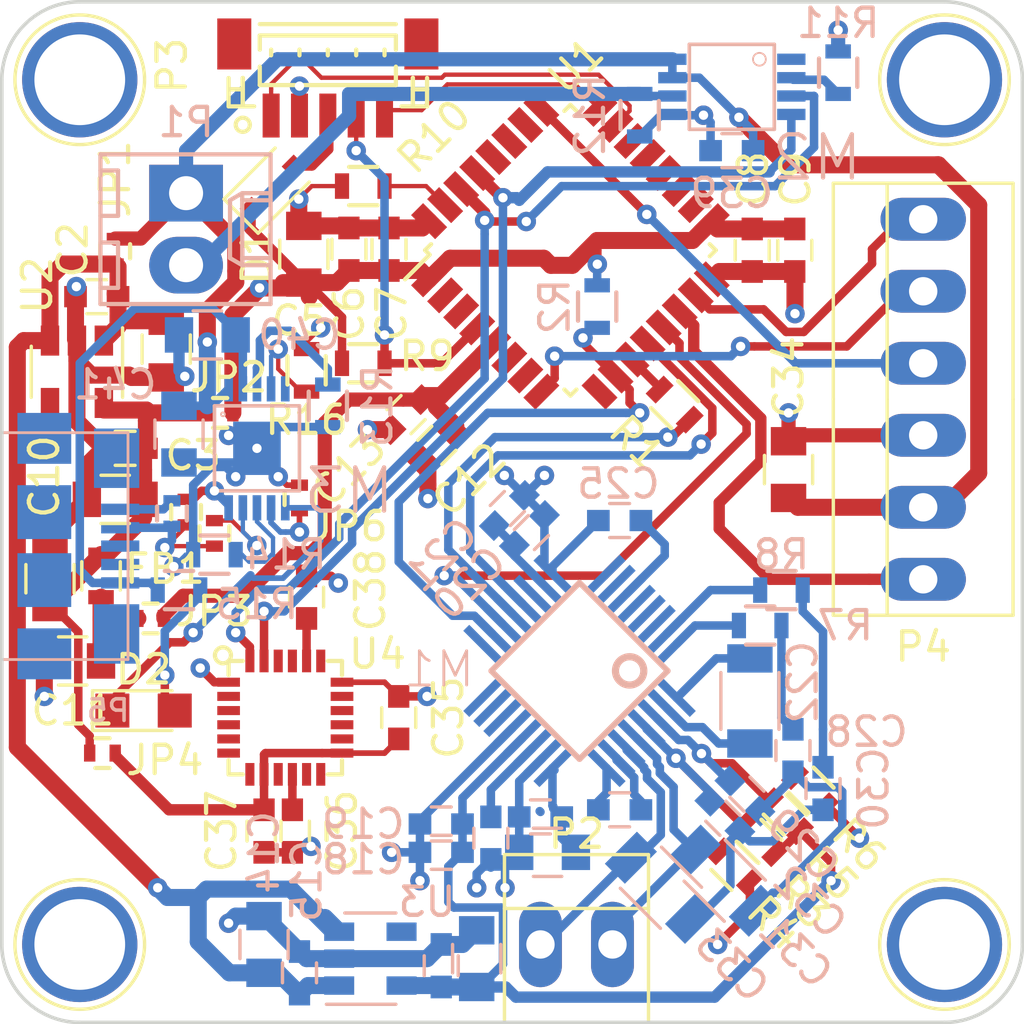
<source format=kicad_pcb>
(kicad_pcb (version 4) (host pcbnew 4.0.4+e1-6308~48~ubuntu15.10.1-stable)
  (layers (0 F.Cu jumper hide) (1 In1.Cu signal hide) (2 In2.Cu signal hide) (31 B.Cu signal hide) (34 B.Paste user) (35 F.Paste user) (36 B.SilkS user hide) (37 F.SilkS user) (38 B.Mask user hide) (39 F.Mask user hide) (44 Edge.Cuts user))
  (net 0 "")
  (net 1 GND)
  (net 2 DVDD)
  (net 3 "Net-(C11-Pad1)")
  (net 4 AVDD_STM)
  (net 5 "Net-(M1-Pad31)")
  (net 6 "Net-(M1-Pad32)")
  (net 7 AVDD)
  (net 8 "Net-(C20-Pad1)")
  (net 9 "Net-(C22-Pad1)")
  (net 10 "Net-(C22-Pad2)")
  (net 11 "Net-(C23-Pad1)")
  (net 12 "Net-(C23-Pad2)")
  (net 13 "Net-(C24-Pad1)")
  (net 14 "Net-(C25-Pad1)")
  (net 15 ADS_SCK)
  (net 16 "Net-(R1-Pad2)")
  (net 17 ADS_CS)
  (net 18 ADS_DIN)
  (net 19 ADS_DOUT)
  (net 20 "Net-(C26-Pad1)")
  (net 21 "Net-(C28-Pad1)")
  (net 22 "Net-(C28-Pad2)")
  (net 23 "Net-(C29-Pad2)")
  (net 24 "Net-(C30-Pad1)")
  (net 25 "Net-(C30-Pad2)")
  (net 26 IN_N)
  (net 27 "Net-(C32-Pad2)")
  (net 28 IN_P)
  (net 29 DVDD_STM)
  (net 30 SWDIO)
  (net 31 SWD_3V3)
  (net 32 SWD_NRST)
  (net 33 SWCLK)
  (net 34 "Net-(R10-Pad2)")
  (net 35 BT_TXD)
  (net 36 BT_RXD)
  (net 37 BT_EN)
  (net 38 BT_START)
  (net 39 DVDD_IMU)
  (net 40 "Net-(C37-Pad2)")
  (net 41 "Net-(C38-Pad2)")
  (net 42 "Net-(M2-Pad2)")
  (net 43 SDA)
  (net 44 SCL)
  (net 45 LIPO_N)
  (net 46 LIPO_P)
  (net 47 "Net-(M3-Pad3)")
  (net 48 "Net-(M3-Pad4)")
  (net 49 "Net-(M3-Pad8)")
  (net 50 5V_USB)
  (net 51 "Net-(JP5-Pad2)")
  (net 52 "Net-(D2-Pad2)")
  (net 53 "Net-(D2-Pad1)")
  (net 54 "Net-(JP6-Pad1)")
  (net 55 "Net-(JP7-Pad1)")
  (net 56 "Net-(JP8-Pad1)")
  (net 57 VBAT)
  (module open-project:MICRO-B_USB (layer B.Cu) (at 120.0522 83.19888 90)
    (fp_text reference P5 (at -5.80112 3.6978 180) (layer B.SilkS) (effects (font (size 0.762 0.762) (thickness 0.127)) (justify mirror)))
    (fp_text value USB_B hide)
    (pad "" smd rect (at -1.19888 1.4478 90) (size 1.89738 1.89738) (layers B.Cu B.Paste B.Mask))
    (pad "" smd rect (at 1.19888 1.4478 90) (size 1.89992 1.89738) (layers B.Cu B.Paste B.Mask))
    (pad "" smd rect (at 3.79984 1.4478 90) (size 1.79578 1.89738) (layers B.Cu B.Paste B.Mask))
    (pad "" smd rect (at -3.0988 3.99796 90) (size 2.0955 1.59766) (layers B.Cu B.Paste B.Mask))
    (pad 1 smd rect (at -1.29794 4.12496 90) (size 0.39878 1.3462) (layers B.Cu B.Paste B.Mask) (net 50 5V_USB) (clearance 0.2032))
    (pad 2 smd rect (at -0.6477 4.12496 90) (size 0.39878 1.3462) (layers B.Cu B.Paste B.Mask) (clearance 0.2032))
    (pad 3 smd rect (at 0 4.12496 90) (size 0.39878 1.3462) (layers B.Cu B.Paste B.Mask) (clearance 0.2032))
    (pad 4 smd rect (at 0.6477 4.12496 90) (size 0.39878 1.3462) (layers B.Cu B.Paste B.Mask) (net 1 GND) (clearance 0.2032))
    (pad 5 smd rect (at 1.29794 4.12496 90) (size 0.39878 1.3462) (layers B.Cu B.Paste B.Mask) (net 51 "Net-(JP5-Pad2)") (clearance 0.2032))
    (pad "" smd rect (at 3.0988 3.99796 90) (size 2.0955 1.59766) (layers B.Cu B.Paste B.Mask))
    (pad "" smd rect (at -3.79984 1.4478 90) (size 1.79578 1.89738) (layers B.Cu B.Paste B.Mask))
  )
  (module Connectors:PINHEAD1-6 (layer F.Cu) (at 152.5 84.37 90)
    (fp_text reference P4 (at -2.38 0 180) (layer F.SilkS))
    (fp_text value CONN_01X06)
    (pad 1 thru_hole oval (at 0 0 90) (size 1.51 3.01) (drill 1) (layers *.Cu *.Mask) (net 37 BT_EN))
    (pad 2 thru_hole oval (at 2.54 0 90) (size 1.51 3.01) (drill 1) (layers *.Cu *.Mask) (net 46 LIPO_P))
    (pad 3 thru_hole oval (at 5.08 0 90) (size 1.51 3.01) (drill 1) (layers *.Cu *.Mask) (net 1 GND))
    (pad 4 thru_hole oval (at 7.62 0 90) (size 1.51 3.01) (drill 1) (layers *.Cu *.Mask) (net 35 BT_TXD))
    (pad 5 thru_hole oval (at 10.16 0 90) (size 1.51 3.01) (drill 1) (layers *.Cu *.Mask) (net 36 BT_RXD))
    (pad 6 thru_hole oval (at 12.7 0 90) (size 1.51 3.01) (drill 1) (layers *.Cu *.Mask) (net 38 BT_START))
  )
  (module mpu6050:MPU-6050 (layer F.Cu) (at 130 89.25)
    (fp_text reference U4 (at 3.25 -2.25) (layer F.SilkS))
    (fp_text value MPU-6050 hide)
    (pad 1 smd rect (at -2 -1.25) (size 0.8 0.32) (layers F.Cu F.Paste F.Mask) (net 1 GND))
    (pad 2 smd rect (at -2 -0.75) (size 0.8 0.32) (layers F.Cu F.Paste F.Mask))
    (pad 3 smd rect (at -2 -0.25) (size 0.8 0.32) (layers F.Cu F.Paste F.Mask))
    (pad 4 smd rect (at -2 0.25) (size 0.8 0.32) (layers F.Cu F.Paste F.Mask))
    (pad 5 smd rect (at -2 0.75) (size 0.8 0.32) (layers F.Cu F.Paste F.Mask))
    (pad 6 smd rect (at -2 1.25) (size 0.8 0.32) (layers F.Cu F.Paste F.Mask))
    (pad 7 smd rect (at -1.25 2) (size 0.32 0.8) (layers F.Cu F.Paste F.Mask))
    (pad 8 smd rect (at -0.75 2) (size 0.32 0.8) (layers F.Cu F.Paste F.Mask) (net 39 DVDD_IMU))
    (pad 9 smd rect (at -0.25 2) (size 0.32 0.8) (layers F.Cu F.Paste F.Mask))
    (pad 10 smd rect (at 0.25 2) (size 0.32 0.8) (layers F.Cu F.Paste F.Mask) (net 40 "Net-(C37-Pad2)"))
    (pad 11 smd rect (at 0.75 2) (size 0.32 0.8) (layers F.Cu F.Paste F.Mask))
    (pad 12 smd rect (at 1.25 2) (size 0.32 0.8) (layers F.Cu F.Paste F.Mask))
    (pad 13 smd rect (at 2 1.25) (size 0.8 0.32) (layers F.Cu F.Paste F.Mask) (net 39 DVDD_IMU))
    (pad 14 smd rect (at 2 0.75) (size 0.8 0.32) (layers F.Cu F.Paste F.Mask))
    (pad 15 smd rect (at 2 0.25) (size 0.8 0.32) (layers F.Cu F.Paste F.Mask))
    (pad 16 smd rect (at 2 -0.25) (size 0.8 0.32) (layers F.Cu F.Paste F.Mask))
    (pad 17 smd rect (at 2 -0.75) (size 0.8 0.32) (layers F.Cu F.Paste F.Mask))
    (pad 18 smd rect (at 2 -1.25) (size 0.8 0.32) (layers F.Cu F.Paste F.Mask) (net 1 GND))
    (pad 19 smd rect (at 1.25 -2) (size 0.32 0.8) (layers F.Cu F.Paste F.Mask))
    (pad 20 smd rect (at 0.75 -2) (size 0.32 0.8) (layers F.Cu F.Paste F.Mask) (net 41 "Net-(C38-Pad2)"))
    (pad 21 smd rect (at 0.25 -2) (size 0.32 0.8) (layers F.Cu F.Paste F.Mask))
    (pad 22 smd rect (at -0.25 -2) (size 0.32 0.8) (layers F.Cu F.Paste F.Mask))
    (pad 23 smd rect (at -0.75 -2) (size 0.32 0.8) (layers F.Cu F.Paste F.Mask) (net 44 SCL))
    (pad 24 smd rect (at -1.25 -2) (size 0.32 0.8) (layers F.Cu F.Paste F.Mask) (net 43 SDA))
  )
  (module ltc_power:ltc_power-LTC4080 (layer B.Cu) (at 129 79.75)
    (fp_text reference M3 (at 3.25 1.5) (layer B.SilkS) (effects (justify mirror)))
    (fp_text value LTC4080X hide)
    (pad 1 smd rect (at -0.99822 -2.09804) (size 0.3048 0.889) (layers B.Cu B.Paste B.Mask) (net 46 LIPO_P))
    (pad 2 smd rect (at -0.49784 -2.09804) (size 0.3048 0.889) (layers B.Cu B.Paste B.Mask) (net 50 5V_USB))
    (pad 3 smd rect (at 0 -2.09804) (size 0.3048 0.889) (layers B.Cu B.Paste B.Mask) (net 47 "Net-(M3-Pad3)"))
    (pad 4 smd rect (at 0.49784 -2.09804) (size 0.3048 0.889) (layers B.Cu B.Paste B.Mask) (net 48 "Net-(M3-Pad4)"))
    (pad 5 smd rect (at 0.99822 -2.09804) (size 0.3048 0.889) (layers B.Cu B.Paste B.Mask))
    (pad 6 smd rect (at 0.99822 2.09804) (size 0.3048 0.889) (layers B.Cu B.Paste B.Mask) (net 53 "Net-(D2-Pad1)"))
    (pad 7 smd rect (at 0.49784 2.09804) (size 0.3048 0.889) (layers B.Cu B.Paste B.Mask) (net 54 "Net-(JP6-Pad1)"))
    (pad 8 smd rect (at 0 2.09804) (size 0.3048 0.889) (layers B.Cu B.Paste B.Mask) (net 49 "Net-(M3-Pad8)"))
    (pad 9 smd rect (at -0.49784 2.09804) (size 0.3048 0.889) (layers B.Cu B.Paste B.Mask) (net 56 "Net-(JP8-Pad1)"))
    (pad 10 smd rect (at -0.99822 2.09804) (size 0.3048 0.889) (layers B.Cu B.Paste B.Mask) (net 55 "Net-(JP7-Pad1)"))
    (pad 11 smd rect (at 0 0) (size 1.67894 1.8796) (layers B.Cu B.Paste B.Mask) (net 1 GND))
  )
  (module stm_battery:stm_battery-MINISO-8 (layer B.Cu) (at 145.75 67 270)
    (fp_text reference M2 (at 2.5 -3 360) (layer B.SilkS) (effects (justify mirror)))
    (fp_text value STC3100 hide)
    (pad 1 smd rect (at -0.97282 -2.09804 180) (size 0.99822 0.39878) (layers B.Cu B.Paste B.Mask))
    (pad 2 smd rect (at -0.32258 -2.09804 180) (size 0.99822 0.39878) (layers B.Cu B.Paste B.Mask) (net 42 "Net-(M2-Pad2)"))
    (pad 3 smd rect (at 0.32258 -2.09804 180) (size 0.99822 0.39878) (layers B.Cu B.Paste B.Mask) (net 43 SDA))
    (pad 4 smd rect (at 0.97282 -2.09804 180) (size 0.99822 0.39878) (layers B.Cu B.Paste B.Mask) (net 44 SCL))
    (pad 5 smd rect (at 0.97282 2.09804 180) (size 0.99822 0.39878) (layers B.Cu B.Paste B.Mask) (net 1 GND))
    (pad 6 smd rect (at 0.32258 2.09804 180) (size 0.99822 0.39878) (layers B.Cu B.Paste B.Mask) (net 45 LIPO_N))
    (pad 7 smd rect (at -0.32258 2.09804 180) (size 0.99822 0.39878) (layers B.Cu B.Paste B.Mask) (net 46 LIPO_P))
    (pad 8 smd rect (at -0.97282 2.09804 180) (size 0.99822 0.39878) (layers B.Cu B.Paste B.Mask) (net 46 LIPO_P))
  )
  (module Diodes_SMD:D_SOD-323 (layer F.Cu) (at 129.5 70.5 45)
    (fp_text reference D1 (at -2.12132 1.414214 270) (layer F.SilkS))
    (fp_text value D_Schottky)
    (pad 1 smd rect (at -1.05 0 45) (size 0.6 0.45) (layers F.Cu F.Paste F.Mask) (net 29 DVDD_STM))
    (pad 2 smd rect (at 1.05 0 45) (size 0.6 0.45) (layers F.Cu F.Paste F.Mask) (net 31 SWD_3V3))
  )
  (module Connectors_JST:JST_SH_BM05B-SRSS-TB_05x1.00mm_Straight (layer F.Cu) (at 131.5 66.75)
    (fp_text reference P3 (at -5.5 -0.5 90) (layer F.SilkS))
    (fp_text value CONN_01X05)
    (pad 1 smd rect (at -2 1.2625) (size 0.6 1.55) (layers F.Cu F.Paste F.Mask) (net 30 SWDIO))
    (pad 2 smd rect (at -1 1.2625) (size 0.6 1.55) (layers F.Cu F.Paste F.Mask) (net 1 GND))
    (pad 3 smd rect (at 0 1.2625) (size 0.6 1.55) (layers F.Cu F.Paste F.Mask) (net 31 SWD_3V3))
    (pad 4 smd rect (at 1 1.2625) (size 0.6 1.55) (layers F.Cu F.Paste F.Mask) (net 32 SWD_NRST))
    (pad 5 smd rect (at 2 1.2625) (size 0.6 1.55) (layers F.Cu F.Paste F.Mask) (net 33 SWCLK))
    (pad "" smd rect (at -3.3 -1.2625) (size 1.2 1.8) (layers F.Cu F.Paste F.Mask))
    (pad "" smd rect (at 3.3 -1.2625) (size 1.2 1.8) (layers F.Cu F.Paste F.Mask))
  )
  (module Connect:PINHEAD1-2 (layer F.Cu) (at 139 97.25)
    (fp_text reference P2 (at 1.27 -3.9) (layer F.SilkS))
    (fp_text value CONN_01X02)
    (pad 1 thru_hole oval (at 0 0) (size 1.51 3.01) (drill 1) (layers *.Cu *.Mask) (net 28 IN_P))
    (pad 2 thru_hole oval (at 2.54 0) (size 1.51 3.01) (drill 1) (layers *.Cu *.Mask) (net 26 IN_N))
  )
  (module Connectors_Molex:Molex_KK-6410-02_02x2.54mm_Straight (layer B.Cu) (at 126.5 70.75 270)
    (fp_text reference P1 (at -2.5 0 360) (layer B.SilkS) (effects (justify mirror)))
    (fp_text value CONN_01X02 hide)
    (pad 1 thru_hole rect (at 0 0 270) (size 2 2.6) (drill 1.2) (layers *.Cu *.Mask) (net 46 LIPO_P))
    (pad 2 thru_hole oval (at 2.54 0 270) (size 2 2.6) (drill 1.2) (layers *.Cu *.Mask) (net 45 LIPO_N))
  )
  (module Connect:1pin (layer F.Cu) (at 153.25 66.75)
    (fp_text reference "" (at 0 -3.048) (layer F.SilkS))
    (fp_text value 1pin)
    (pad "" np_thru_hole circle (at 0 0) (size 4.064 4.064) (drill 3.2) (layers *.Cu *.Mask))
  )
  (module Connect:1pin (layer F.Cu) (at 122.75 66.75)
    (fp_text reference "" (at 0 -3.048) (layer F.SilkS))
    (fp_text value 1pin)
    (pad "" np_thru_hole circle (at 0 0) (size 4.064 4.064) (drill 3.2) (layers *.Cu *.Mask))
  )
  (module Connect:1pin (layer F.Cu) (at 153.25 97.25)
    (fp_text reference "" (at 0 -3.048) (layer F.SilkS))
    (fp_text value 1pin)
    (pad "" np_thru_hole circle (at 0 0) (size 4.064 4.064) (drill 3.2) (layers *.Cu *.Mask))
  )
  (module Housings_QFP:LQFP-32_7x7mm_Pitch0.8mm (layer F.Cu) (at 140.057123 72.762824 45)
    (fp_text reference U1 (at 4.741647 -4.468877 45) (layer F.SilkS))
    (fp_text value STM32F030K6)
    (pad 1 smd rect (at -4.25 -2.8 45) (size 1.2 0.6) (layers F.Cu F.Paste F.Mask) (net 29 DVDD_STM))
    (pad 2 smd rect (at -4.25 -2 45) (size 1.2 0.6) (layers F.Cu F.Paste F.Mask))
    (pad 3 smd rect (at -4.25 -1.2 45) (size 1.2 0.6) (layers F.Cu F.Paste F.Mask))
    (pad 4 smd rect (at -4.25 -0.4 45) (size 1.2 0.6) (layers F.Cu F.Paste F.Mask) (net 32 SWD_NRST))
    (pad 5 smd rect (at -4.25 0.4 45) (size 1.2 0.6) (layers F.Cu F.Paste F.Mask) (net 4 AVDD_STM))
    (pad 6 smd rect (at -4.25 1.2 45) (size 1.2 0.6) (layers F.Cu F.Paste F.Mask))
    (pad 7 smd rect (at -4.25 2 45) (size 1.2 0.6) (layers F.Cu F.Paste F.Mask))
    (pad 8 smd rect (at -4.25 2.8 45) (size 1.2 0.6) (layers F.Cu F.Paste F.Mask) (net 36 BT_RXD))
    (pad 9 smd rect (at -2.8 4.25 135) (size 1.2 0.6) (layers F.Cu F.Paste F.Mask))
    (pad 10 smd rect (at -2 4.25 135) (size 1.2 0.6) (layers F.Cu F.Paste F.Mask) (net 17 ADS_CS))
    (pad 11 smd rect (at -1.2 4.25 135) (size 1.2 0.6) (layers F.Cu F.Paste F.Mask) (net 16 "Net-(R1-Pad2)"))
    (pad 12 smd rect (at -0.4 4.25 135) (size 1.2 0.6) (layers F.Cu F.Paste F.Mask) (net 19 ADS_DOUT))
    (pad 13 smd rect (at 0.4 4.25 135) (size 1.2 0.6) (layers F.Cu F.Paste F.Mask) (net 18 ADS_DIN))
    (pad 14 smd rect (at 1.2 4.25 135) (size 1.2 0.6) (layers F.Cu F.Paste F.Mask) (net 37 BT_EN))
    (pad 15 smd rect (at 2 4.25 135) (size 1.2 0.6) (layers F.Cu F.Paste F.Mask) (net 38 BT_START))
    (pad 16 smd rect (at 2.8 4.25 135) (size 1.2 0.6) (layers F.Cu F.Paste F.Mask) (net 1 GND))
    (pad 17 smd rect (at 4.25 2.8 45) (size 1.2 0.6) (layers F.Cu F.Paste F.Mask) (net 29 DVDD_STM))
    (pad 18 smd rect (at 4.25 2 45) (size 1.2 0.6) (layers F.Cu F.Paste F.Mask))
    (pad 19 smd rect (at 4.25 1.2 45) (size 1.2 0.6) (layers F.Cu F.Paste F.Mask))
    (pad 20 smd rect (at 4.25 0.4 45) (size 1.2 0.6) (layers F.Cu F.Paste F.Mask))
    (pad 21 smd rect (at 4.25 -0.4 45) (size 1.2 0.6) (layers F.Cu F.Paste F.Mask))
    (pad 22 smd rect (at 4.25 -1.2 45) (size 1.2 0.6) (layers F.Cu F.Paste F.Mask))
    (pad 23 smd rect (at 4.25 -2 45) (size 1.2 0.6) (layers F.Cu F.Paste F.Mask) (net 30 SWDIO))
    (pad 24 smd rect (at 4.25 -2.8 45) (size 1.2 0.6) (layers F.Cu F.Paste F.Mask) (net 33 SWCLK))
    (pad 25 smd rect (at 2.8 -4.25 135) (size 1.2 0.6) (layers F.Cu F.Paste F.Mask) (net 35 BT_TXD))
    (pad 26 smd rect (at 2 -4.25 135) (size 1.2 0.6) (layers F.Cu F.Paste F.Mask))
    (pad 27 smd rect (at 1.2 -4.25 135) (size 1.2 0.6) (layers F.Cu F.Paste F.Mask))
    (pad 28 smd rect (at 0.4 -4.25 135) (size 1.2 0.6) (layers F.Cu F.Paste F.Mask))
    (pad 29 smd rect (at -0.4 -4.25 135) (size 1.2 0.6) (layers F.Cu F.Paste F.Mask) (net 44 SCL))
    (pad 30 smd rect (at -1.2 -4.25 135) (size 1.2 0.6) (layers F.Cu F.Paste F.Mask) (net 43 SDA))
    (pad 31 smd rect (at -2 -4.25 135) (size 1.2 0.6) (layers F.Cu F.Paste F.Mask) (net 34 "Net-(R10-Pad2)"))
    (pad 32 smd rect (at -2.8 -4.25 135) (size 1.2 0.6) (layers F.Cu F.Paste F.Mask) (net 1 GND))
  )
  (module Capacitors_SMD:C_1206 (layer B.Cu) (at 143.25 95.25 135)
    (fp_text reference C33 (at -3.712311 -0.176777 135) (layer B.SilkS) (effects (justify mirror)))
    (fp_text value 0U1)
    (pad 1 smd rect (at -1.5 0 135) (size 1 1.6) (layers B.Cu B.Paste B.Mask) (net 24 "Net-(C30-Pad1)"))
    (pad 2 smd rect (at 1.5 0 135) (size 1 1.6) (layers B.Cu B.Paste B.Mask) (net 28 IN_P))
  )
  (module Capacitors_SMD:C_0603 (layer B.Cu) (at 141.791918 82.296843 180)
    (fp_text reference C25 (at 0.041918 1.296843 180) (layer B.SilkS) (effects (justify mirror)))
    (fp_text value 1U0)
    (pad 1 smd rect (at -0.75 0 180) (size 0.8 0.75) (layers B.Cu B.Paste B.Mask) (net 14 "Net-(C25-Pad1)"))
    (pad 2 smd rect (at 0.75 0 180) (size 0.8 0.75) (layers B.Cu B.Paste B.Mask) (net 1 GND))
  )
  (module circuitects:SQFP-S-5X5-32 (layer B.Cu) (at 140.377704 87.600144 225)
    (fp_text reference M1 (at 3.024692 2.105657 360) (layer B.SilkS) (effects (font (size 1.2065 1.2065) (thickness 0.1016)) (justify left bottom mirror)))
    (fp_text value ADS1292R-TQFP hide)
    (pad 1 smd rect (at -1.75 -3.1 225) (size 0.3 1.6) (layers B.Cu B.Paste B.Mask) (net 9 "Net-(C22-Pad1)"))
    (pad 2 smd rect (at -1.25 -3.1 225) (size 0.3 1.6) (layers B.Cu B.Paste B.Mask) (net 10 "Net-(C22-Pad2)"))
    (pad 3 smd rect (at -0.75 -3.1 225) (size 0.3 1.6) (layers B.Cu B.Paste B.Mask) (net 23 "Net-(C29-Pad2)"))
    (pad 4 smd rect (at -0.25 -3.1 225) (size 0.3 1.6) (layers B.Cu B.Paste B.Mask) (net 27 "Net-(C32-Pad2)"))
    (pad 5 smd rect (at 0.25 -3.1 225) (size 0.3 1.6) (layers B.Cu B.Paste B.Mask) (net 26 IN_N))
    (pad 6 smd rect (at 0.75 -3.1 225) (size 0.3 1.6) (layers B.Cu B.Paste B.Mask) (net 28 IN_P))
    (pad 7 smd rect (at 1.25 -3.1 225) (size 0.3 1.6) (layers B.Cu B.Paste B.Mask) (net 11 "Net-(C23-Pad1)"))
    (pad 8 smd rect (at 1.75 -3.1 225) (size 0.3 1.6) (layers B.Cu B.Paste B.Mask) (net 12 "Net-(C23-Pad2)"))
    (pad 9 smd rect (at 3.1 -1.75 225) (size 1.6 0.3) (layers B.Cu B.Paste B.Mask) (net 20 "Net-(C26-Pad1)"))
    (pad 10 smd rect (at 3.1 -1.25 225) (size 1.6 0.3) (layers B.Cu B.Paste B.Mask) (net 1 GND))
    (pad 11 smd rect (at 3.1 -0.75 225) (size 1.6 0.3) (layers B.Cu B.Paste B.Mask) (net 13 "Net-(C24-Pad1)"))
    (pad 12 smd rect (at 3.1 -0.25 225) (size 1.6 0.3) (layers B.Cu B.Paste B.Mask) (net 7 AVDD))
    (pad 13 smd rect (at 3.1 0.25 225) (size 1.6 0.3) (layers B.Cu B.Paste B.Mask) (net 1 GND))
    (pad 14 smd rect (at 3.1 0.75 225) (size 1.6 0.3) (layers B.Cu B.Paste B.Mask))
    (pad 15 smd rect (at 3.1 1.25 225) (size 1.6 0.3) (layers B.Cu B.Paste B.Mask))
    (pad 16 smd rect (at 3.1 1.75 225) (size 1.6 0.3) (layers B.Cu B.Paste B.Mask))
    (pad 17 smd rect (at 1.75 3.1 225) (size 0.3 1.6) (layers B.Cu B.Paste B.Mask))
    (pad 18 smd rect (at 1.25 3.1 225) (size 0.3 1.6) (layers B.Cu B.Paste B.Mask) (net 17 ADS_CS))
    (pad 19 smd rect (at 0.75 3.1 225) (size 0.3 1.6) (layers B.Cu B.Paste B.Mask) (net 18 ADS_DIN))
    (pad 20 smd rect (at 0.25 3.1 225) (size 0.3 1.6) (layers B.Cu B.Paste B.Mask) (net 15 ADS_SCK))
    (pad 21 smd rect (at -0.25 3.1 225) (size 0.3 1.6) (layers B.Cu B.Paste B.Mask) (net 19 ADS_DOUT))
    (pad 22 smd rect (at -0.75 3.1 225) (size 0.3 1.6) (layers B.Cu B.Paste B.Mask))
    (pad 23 smd rect (at -1.25 3.1 225) (size 0.3 1.6) (layers B.Cu B.Paste B.Mask) (net 8 "Net-(C20-Pad1)"))
    (pad 24 smd rect (at -1.75 3.1 225) (size 0.3 1.6) (layers B.Cu B.Paste B.Mask) (net 1 GND))
    (pad 25 smd rect (at -3.1 1.75 225) (size 1.6 0.3) (layers B.Cu B.Paste B.Mask))
    (pad 26 smd rect (at -3.1 1.25 225) (size 1.6 0.3) (layers B.Cu B.Paste B.Mask))
    (pad 27 smd rect (at -3.1 0.75 225) (size 1.6 0.3) (layers B.Cu B.Paste B.Mask) (net 14 "Net-(C25-Pad1)"))
    (pad 28 smd rect (at -3.1 0.25 225) (size 1.6 0.3) (layers B.Cu B.Paste B.Mask))
    (pad 29 smd rect (at -3.1 -0.25 225) (size 1.6 0.3) (layers B.Cu B.Paste B.Mask))
    (pad 30 smd rect (at -3.1 -0.75 225) (size 1.6 0.3) (layers B.Cu B.Paste B.Mask))
    (pad 31 smd rect (at -3.1 -1.25 225) (size 1.6 0.3) (layers B.Cu B.Paste B.Mask) (net 5 "Net-(M1-Pad31)"))
    (pad 32 smd rect (at -3.1 -1.75 225) (size 1.6 0.3) (layers B.Cu B.Paste B.Mask) (net 6 "Net-(M1-Pad32)"))
  )
  (module Capacitors_SMD:C_0805 (layer F.Cu) (at 124 81.55 180)
    (fp_text reference C4 hide)
    (fp_text value 10U)
    (pad 1 smd rect (at -1 0 180) (size 1 1.25) (layers F.Cu F.Paste F.Mask) (net 2 DVDD))
    (pad 2 smd rect (at 1 0 180) (size 1 1.25) (layers F.Cu F.Paste F.Mask) (net 1 GND))
  )
  (module Capacitors_SMD:C_0603 (layer F.Cu) (at 132.243593 72.727469 90)
    (fp_text reference C6 (at -2.272531 0.006407 270) (layer F.SilkS))
    (fp_text value 1U0)
    (pad 1 smd rect (at -0.75 0 90) (size 0.8 0.75) (layers F.Cu F.Paste F.Mask) (net 29 DVDD_STM))
    (pad 2 smd rect (at 0.75 0 90) (size 0.8 0.75) (layers F.Cu F.Paste F.Mask) (net 1 GND))
  )
  (module Resistors_SMD:R_0402 (layer F.Cu) (at 124 72.8 270)
    (fp_text reference JP1 (at -2.55 0 270) (layer F.SilkS))
    (fp_text value JUMPER)
    (pad 1 smd rect (at -0.45 0 270) (size 0.4 0.6) (layers F.Cu F.Paste F.Mask) (net 46 LIPO_P))
    (pad 2 smd rect (at 0.45 0 270) (size 0.4 0.6) (layers F.Cu F.Paste F.Mask) (net 57 VBAT))
  )
  (module Capacitors_SMD:C_0805 (layer F.Cu) (at 125.8 76.25 270)
    (fp_text reference C1 hide)
    (fp_text value 10U)
    (pad 1 smd rect (at -1 0 270) (size 1 1.25) (layers F.Cu F.Paste F.Mask) (net 57 VBAT))
    (pad 2 smd rect (at 1 0 270) (size 1 1.25) (layers F.Cu F.Paste F.Mask) (net 1 GND))
  )
  (module Capacitors_SMD:C_0603 (layer F.Cu) (at 123.35 74.4 180)
    (fp_text reference C2 (at 0.85 1.65 270) (layer F.SilkS))
    (fp_text value 1U0)
    (pad 1 smd rect (at -0.75 0 180) (size 0.8 0.75) (layers F.Cu F.Paste F.Mask) (net 57 VBAT))
    (pad 2 smd rect (at 0.75 0 180) (size 0.8 0.75) (layers F.Cu F.Paste F.Mask) (net 1 GND))
  )
  (module Capacitors_SMD:C_0603 (layer F.Cu) (at 124.35 79.75 180)
    (fp_text reference C3 (at -2.4 -0.25 180) (layer F.SilkS))
    (fp_text value 1U0)
    (pad 1 smd rect (at -0.75 0 180) (size 0.8 0.75) (layers F.Cu F.Paste F.Mask) (net 2 DVDD))
    (pad 2 smd rect (at 0.75 0 180) (size 0.8 0.75) (layers F.Cu F.Paste F.Mask) (net 1 GND))
  )
  (module Capacitors_SMD:C_0805 (layer F.Cu) (at 130.652603 72.904246 90)
    (fp_text reference C5 (at -2.345754 -0.152603 180) (layer F.SilkS))
    (fp_text value 10U)
    (pad 1 smd rect (at -1 0 90) (size 1 1.25) (layers F.Cu F.Paste F.Mask) (net 29 DVDD_STM))
    (pad 2 smd rect (at 1 0 90) (size 1 1.25) (layers F.Cu F.Paste F.Mask) (net 1 GND))
  )
  (module Capacitors_SMD:C_0603 (layer F.Cu) (at 133.657807 72.727469 90)
    (fp_text reference C7 (at -2.272531 0.092193 270) (layer F.SilkS))
    (fp_text value 0U1)
    (pad 1 smd rect (at -0.75 0 90) (size 0.8 0.75) (layers F.Cu F.Paste F.Mask) (net 29 DVDD_STM))
    (pad 2 smd rect (at 0.75 0 90) (size 0.8 0.75) (layers F.Cu F.Paste F.Mask) (net 1 GND))
  )
  (module Capacitors_SMD:C_0603 (layer F.Cu) (at 146.469613 72.762824 270)
    (fp_text reference C8 (at -2.512824 -0.030387 270) (layer F.SilkS))
    (fp_text value 1U0)
    (pad 1 smd rect (at -0.75 0 270) (size 0.8 0.75) (layers F.Cu F.Paste F.Mask) (net 29 DVDD_STM))
    (pad 2 smd rect (at 0.75 0 270) (size 0.8 0.75) (layers F.Cu F.Paste F.Mask) (net 1 GND))
  )
  (module Capacitors_SMD:C_0603 (layer F.Cu) (at 147.969613 72.762824 270)
    (fp_text reference C9 (at -2.510229 -0.030387 270) (layer F.SilkS))
    (fp_text value 0U1)
    (pad 1 smd rect (at -0.75 0 270) (size 0.8 0.75) (layers F.Cu F.Paste F.Mask) (net 29 DVDD_STM))
    (pad 2 smd rect (at 0.75 0 270) (size 0.8 0.75) (layers F.Cu F.Paste F.Mask) (net 1 GND))
  )
  (module Capacitors_SMD:C_0805 (layer F.Cu) (at 121.7 84.35 90)
    (fp_text reference C10 (at 3.6 -0.2 90) (layer F.SilkS))
    (fp_text value 10U)
    (pad 1 smd rect (at -1 0 90) (size 1 1.25) (layers F.Cu F.Paste F.Mask) (net 2 DVDD))
    (pad 2 smd rect (at 1 0 90) (size 1 1.25) (layers F.Cu F.Paste F.Mask) (net 1 GND))
  )
  (module Capacitors_SMD:C_0603 (layer F.Cu) (at 135.34355 79.642973 225)
    (fp_text reference C12 (at 0.052 -1.668 225) (layer F.SilkS))
    (fp_text value 1U0)
    (pad 1 smd rect (at -0.75 0 225) (size 0.8 0.75) (layers F.Cu F.Paste F.Mask) (net 4 AVDD_STM))
    (pad 2 smd rect (at 0.75 0 225) (size 0.8 0.75) (layers F.Cu F.Paste F.Mask) (net 1 GND))
  )
  (module Capacitors_SMD:C_0603 (layer F.Cu) (at 134.258848 78.5611 225)
    (fp_text reference C13 (at 2.791479 0.049461 225) (layer F.SilkS))
    (fp_text value 0U1)
    (pad 1 smd rect (at -0.75 0 225) (size 0.8 0.75) (layers F.Cu F.Paste F.Mask) (net 4 AVDD_STM))
    (pad 2 smd rect (at 0.75 0 225) (size 0.8 0.75) (layers F.Cu F.Paste F.Mask) (net 1 GND))
  )
  (module TO_SOT_Packages_SMD:SOT-23-5 (layer F.Cu) (at 122.65 77.05 270)
    (fp_text reference U2 (at -3.05 1.4 270) (layer F.SilkS))
    (fp_text value LP5907_3.3V)
    (pad 1 smd rect (at -1.1 -0.95 270) (size 1.06 0.65) (layers F.Cu F.Paste F.Mask) (net 57 VBAT))
    (pad 2 smd rect (at -1.1 0 270) (size 1.06 0.65) (layers F.Cu F.Paste F.Mask) (net 1 GND))
    (pad 3 smd rect (at -1.1 0.95 270) (size 1.06 0.65) (layers F.Cu F.Paste F.Mask) (net 57 VBAT))
    (pad 4 smd rect (at 1.1 0.95 270) (size 1.06 0.65) (layers F.Cu F.Paste F.Mask))
    (pad 5 smd rect (at 1.1 -0.95 270) (size 1.06 0.65) (layers F.Cu F.Paste F.Mask) (net 2 DVDD))
  )
  (module Capacitors_SMD:C_0805 (layer F.Cu) (at 122.5 87.25 180)
    (fp_text reference C11 (at 0 -1.75 180) (layer F.SilkS))
    (fp_text value 10U)
    (pad 1 smd rect (at -1 0 180) (size 1 1.25) (layers F.Cu F.Paste F.Mask) (net 3 "Net-(C11-Pad1)"))
    (pad 2 smd rect (at 1 0 180) (size 1 1.25) (layers F.Cu F.Paste F.Mask) (net 1 GND))
  )
  (module Resistors_SMD:R_0402 (layer F.Cu) (at 127.7 78.5 180)
    (fp_text reference JP2 (at -0.3 1.25 180) (layer F.SilkS))
    (fp_text value JUMPER)
    (pad 1 smd rect (at -0.45 0 180) (size 0.4 0.6) (layers F.Cu F.Paste F.Mask) (net 29 DVDD_STM))
    (pad 2 smd rect (at 0.45 0 180) (size 0.4 0.6) (layers F.Cu F.Paste F.Mask) (net 2 DVDD))
  )
  (module Resistors_SMD:R_0402 (layer F.Cu) (at 125.25 85.75)
    (fp_text reference JP3 (at 2.25 -0.25 180) (layer F.SilkS))
    (fp_text value JUMPER)
    (pad 1 smd rect (at -0.45 0) (size 0.4 0.6) (layers F.Cu F.Paste F.Mask) (net 3 "Net-(C11-Pad1)"))
    (pad 2 smd rect (at 0.45 0) (size 0.4 0.6) (layers F.Cu F.Paste F.Mask) (net 4 AVDD_STM))
  )
  (module Inductors_SMD:L_0603 (layer F.Cu) (at 123.5 84.25 270)
    (fp_text reference FB1 (at -0.25 -2.25 360) (layer F.SilkS))
    (fp_text value FILTER)
    (pad 1 smd rect (at -0.75 0 270) (size 0.5 0.9) (layers F.Cu F.Paste F.Mask) (net 2 DVDD))
    (pad 2 smd rect (at 0.75 0 270) (size 0.5 0.9) (layers F.Cu F.Paste F.Mask) (net 3 "Net-(C11-Pad1)"))
  )
  (module Capacitors_SMD:C_0805 (layer B.Cu) (at 129.25 97.25 90)
    (fp_text reference C14 (at 3.25 0 90) (layer B.SilkS) (effects (justify mirror)))
    (fp_text value 10U)
    (pad 1 smd rect (at -1 0 90) (size 1 1.25) (layers B.Cu B.Paste B.Mask) (net 57 VBAT))
    (pad 2 smd rect (at 1 0 90) (size 1 1.25) (layers B.Cu B.Paste B.Mask) (net 1 GND))
  )
  (module Capacitors_SMD:C_0603 (layer B.Cu) (at 130.5 98.25 90)
    (fp_text reference C15 (at 3.25 0.25 270) (layer B.SilkS) (effects (justify mirror)))
    (fp_text value 1U0)
    (pad 1 smd rect (at -0.75 0 90) (size 0.8 0.75) (layers B.Cu B.Paste B.Mask) (net 57 VBAT))
    (pad 2 smd rect (at 0.75 0 90) (size 0.8 0.75) (layers B.Cu B.Paste B.Mask) (net 1 GND))
  )
  (module Capacitors_SMD:C_0603 (layer B.Cu) (at 135.5 98 90)
    (fp_text reference C16 hide)
    (fp_text value 1U0)
    (pad 1 smd rect (at -0.75 0 90) (size 0.8 0.75) (layers B.Cu B.Paste B.Mask) (net 7 AVDD))
    (pad 2 smd rect (at 0.75 0 90) (size 0.8 0.75) (layers B.Cu B.Paste B.Mask) (net 1 GND))
  )
  (module Capacitors_SMD:C_0805 (layer B.Cu) (at 136.75 97.75 90)
    (fp_text reference C17 hide)
    (fp_text value 10U)
    (pad 1 smd rect (at -1 0 90) (size 1 1.25) (layers B.Cu B.Paste B.Mask) (net 7 AVDD))
    (pad 2 smd rect (at 1 0 90) (size 1 1.25) (layers B.Cu B.Paste B.Mask) (net 1 GND))
  )
  (module TO_SOT_Packages_SMD:SOT-23-5 (layer B.Cu) (at 133 97.75)
    (fp_text reference U3 (at 2 -2) (layer B.SilkS) (effects (justify mirror)))
    (fp_text value LP5907_3.0V)
    (pad 1 smd rect (at -1.1 0.95) (size 1.06 0.65) (layers B.Cu B.Paste B.Mask) (net 57 VBAT))
    (pad 2 smd rect (at -1.1 0) (size 1.06 0.65) (layers B.Cu B.Paste B.Mask) (net 1 GND))
    (pad 3 smd rect (at -1.1 -0.95) (size 1.06 0.65) (layers B.Cu B.Paste B.Mask) (net 57 VBAT))
    (pad 4 smd rect (at 1.1 -0.95) (size 1.06 0.65) (layers B.Cu B.Paste B.Mask))
    (pad 5 smd rect (at 1.1 0.95) (size 1.06 0.65) (layers B.Cu B.Paste B.Mask) (net 7 AVDD))
  )
  (module Capacitors_SMD:C_0603 (layer B.Cu) (at 135.5 94 180)
    (fp_text reference C18 (at 2.75 -0.25 180) (layer B.SilkS) (effects (justify mirror)))
    (fp_text value 1U0)
    (pad 1 smd rect (at -0.75 0 180) (size 0.8 0.75) (layers B.Cu B.Paste B.Mask) (net 7 AVDD))
    (pad 2 smd rect (at 0.75 0 180) (size 0.8 0.75) (layers B.Cu B.Paste B.Mask) (net 1 GND))
  )
  (module Capacitors_SMD:C_0603 (layer B.Cu) (at 135.5 93 180)
    (fp_text reference C19 (at 2.75 0 180) (layer B.SilkS) (effects (justify mirror)))
    (fp_text value 0U1)
    (pad 1 smd rect (at -0.75 0 180) (size 0.8 0.75) (layers B.Cu B.Paste B.Mask) (net 7 AVDD))
    (pad 2 smd rect (at 0.75 0 180) (size 0.8 0.75) (layers B.Cu B.Paste B.Mask) (net 1 GND))
  )
  (module Capacitors_SMD:C_0603 (layer B.Cu) (at 138.609937 82.650397 45)
    (fp_text reference C20 (at -2.799818 -0.184084 45) (layer B.SilkS) (effects (justify mirror)))
    (fp_text value 0U1)
    (pad 1 smd rect (at -0.75 0 45) (size 0.8 0.75) (layers B.Cu B.Paste B.Mask) (net 8 "Net-(C20-Pad1)"))
    (pad 2 smd rect (at 0.75 0 45) (size 0.8 0.75) (layers B.Cu B.Paste B.Mask) (net 1 GND))
  )
  (module Capacitors_SMD:C_0603 (layer B.Cu) (at 137.902831 81.94329 45)
    (fp_text reference C21 (at -2.799818 -0.598298 45) (layer B.SilkS) (effects (justify mirror)))
    (fp_text value 1U0)
    (pad 1 smd rect (at -0.75 0 45) (size 0.8 0.75) (layers B.Cu B.Paste B.Mask) (net 8 "Net-(C20-Pad1)"))
    (pad 2 smd rect (at 0.75 0 45) (size 0.8 0.75) (layers B.Cu B.Paste B.Mask) (net 1 GND))
  )
  (module Capacitors_SMD:C_1206 (layer B.Cu) (at 146.388112 88.660804 270)
    (fp_text reference C22 (at -0.660804 -1.861888 270) (layer B.SilkS) (effects (justify mirror)))
    (fp_text value 47N)
    (pad 1 smd rect (at -1.5 0 270) (size 1 1.6) (layers B.Cu B.Paste B.Mask) (net 9 "Net-(C22-Pad1)"))
    (pad 2 smd rect (at 1.5 0 270) (size 1 1.6) (layers B.Cu B.Paste B.Mask) (net 10 "Net-(C22-Pad2)"))
  )
  (module Capacitors_SMD:C_0603 (layer B.Cu) (at 141.791918 92.5 180)
    (fp_text reference C23 hide)
    (fp_text value 4N7)
    (pad 1 smd rect (at -0.75 0 180) (size 0.8 0.75) (layers B.Cu B.Paste B.Mask) (net 11 "Net-(C23-Pad1)"))
    (pad 2 smd rect (at 0.75 0 180) (size 0.8 0.75) (layers B.Cu B.Paste B.Mask) (net 12 "Net-(C23-Pad2)"))
  )
  (module Capacitors_SMD:C_0603 (layer B.Cu) (at 137.25 93.5 270)
    (fp_text reference C24 hide)
    (fp_text value 1U0)
    (pad 1 smd rect (at -0.75 0 270) (size 0.8 0.75) (layers B.Cu B.Paste B.Mask) (net 13 "Net-(C24-Pad1)"))
    (pad 2 smd rect (at 0.75 0 270) (size 0.8 0.75) (layers B.Cu B.Paste B.Mask) (net 1 GND))
  )
  (module Resistors_SMD:R_0603 (layer F.Cu) (at 143.734079 78.207546 135)
    (fp_text reference R1 (at 0 -1.9 135) (layer F.SilkS))
    (fp_text value 33R)
    (pad 1 smd rect (at -0.75 0 135) (size 0.5 0.9) (layers F.Cu F.Paste F.Mask) (net 15 ADS_SCK))
    (pad 2 smd rect (at 0.75 0 135) (size 0.5 0.9) (layers F.Cu F.Paste F.Mask) (net 16 "Net-(R1-Pad2)"))
  )
  (module Resistors_SMD:R_0603 (layer B.Cu) (at 141 74.75 270)
    (fp_text reference R2 (at 0 1.5 270) (layer B.SilkS) (effects (justify mirror)))
    (fp_text value 10k)
    (pad 1 smd rect (at -0.75 0 270) (size 0.5 0.9) (layers B.Cu B.Paste B.Mask) (net 29 DVDD_STM))
    (pad 2 smd rect (at 0.75 0 270) (size 0.5 0.9) (layers B.Cu B.Paste B.Mask) (net 17 ADS_CS))
  )
  (module Capacitors_SMD:C_0805 (layer B.Cu) (at 139.25 94 180)
    (fp_text reference C26 hide)
    (fp_text value 10U)
    (pad 1 smd rect (at -1 0 180) (size 1 1.25) (layers B.Cu B.Paste B.Mask) (net 20 "Net-(C26-Pad1)"))
    (pad 2 smd rect (at 1 0 180) (size 1 1.25) (layers B.Cu B.Paste B.Mask) (net 1 GND))
  )
  (module Capacitors_SMD:C_0603 (layer B.Cu) (at 139 92.75 180)
    (fp_text reference C27 hide)
    (fp_text value 0U1)
    (pad 1 smd rect (at -0.75 0 180) (size 0.8 0.75) (layers B.Cu B.Paste B.Mask) (net 20 "Net-(C26-Pad1)"))
    (pad 2 smd rect (at 0.75 0 180) (size 0.8 0.75) (layers B.Cu B.Paste B.Mask) (net 1 GND))
  )
  (module Capacitors_SMD:C_0603 (layer B.Cu) (at 147.905879 90.410804 90)
    (fp_text reference C28 (at 0.660804 2.594121 180) (layer B.SilkS) (effects (justify mirror)))
    (fp_text value 2N2)
    (pad 1 smd rect (at -0.75 0 90) (size 0.8 0.75) (layers B.Cu B.Paste B.Mask) (net 21 "Net-(C28-Pad1)"))
    (pad 2 smd rect (at 0.75 0 90) (size 0.8 0.75) (layers B.Cu B.Paste B.Mask) (net 22 "Net-(C28-Pad2)"))
  )
  (module Capacitors_SMD:C_0603 (layer B.Cu) (at 146.211335 92.019562 135)
    (fp_text reference C29 (at -2.665158 0.217949 135) (layer B.SilkS) (effects (justify mirror)))
    (fp_text value 2N2)
    (pad 1 smd rect (at -0.75 0 135) (size 0.8 0.75) (layers B.Cu B.Paste B.Mask) (net 21 "Net-(C28-Pad1)"))
    (pad 2 smd rect (at 0.75 0 135) (size 0.8 0.75) (layers B.Cu B.Paste B.Mask) (net 23 "Net-(C29-Pad2)"))
  )
  (module Capacitors_SMD:C_0603 (layer B.Cu) (at 148.966539 91.75 90)
    (fp_text reference C30 (at 0 1.783461 90) (layer B.SilkS) (effects (justify mirror)))
    (fp_text value 2N2)
    (pad 1 smd rect (at -0.75 0 90) (size 0.8 0.75) (layers B.Cu B.Paste B.Mask) (net 24 "Net-(C30-Pad1)"))
    (pad 2 smd rect (at 0.75 0 90) (size 0.8 0.75) (layers B.Cu B.Paste B.Mask) (net 25 "Net-(C30-Pad2)"))
  )
  (module Capacitors_SMD:C_1206 (layer B.Cu) (at 145.5 95 135)
    (fp_text reference C31 (at -3.535534 0 135) (layer B.SilkS) (effects (justify mirror)))
    (fp_text value 0U1)
    (pad 1 smd rect (at -1.5 0 135) (size 1 1.6) (layers B.Cu B.Paste B.Mask) (net 21 "Net-(C28-Pad1)"))
    (pad 2 smd rect (at 1.5 0 135) (size 1 1.6) (layers B.Cu B.Paste B.Mask) (net 26 IN_N))
  )
  (module Capacitors_SMD:C_0603 (layer B.Cu) (at 145.504229 92.726668 135)
    (fp_text reference C32 (at -4.256149 -0.019489 135) (layer B.SilkS) (effects (justify mirror)))
    (fp_text value 2N2)
    (pad 1 smd rect (at -0.75 0 135) (size 0.8 0.75) (layers B.Cu B.Paste B.Mask) (net 24 "Net-(C30-Pad1)"))
    (pad 2 smd rect (at 0.75 0 135) (size 0.8 0.75) (layers B.Cu B.Paste B.Mask) (net 27 "Net-(C32-Pad2)"))
  )
  (module Resistors_SMD:R_0603 (layer F.Cu) (at 146.75 93.5 315)
    (fp_text reference R3 (at 2.65165 0.53033 315) (layer F.SilkS))
    (fp_text value 10M)
    (pad 1 smd rect (at -0.75 0 315) (size 0.5 0.9) (layers F.Cu F.Paste F.Mask) (net 27 "Net-(C32-Pad2)"))
    (pad 2 smd rect (at 0.75 0 315) (size 0.5 0.9) (layers F.Cu F.Paste F.Mask) (net 7 AVDD))
  )
  (module Resistors_SMD:R_0603 (layer F.Cu) (at 145.857782 94.494435 315)
    (fp_text reference R4 (at 2.402595 0.433702 315) (layer F.SilkS))
    (fp_text value 10M)
    (pad 1 smd rect (at -0.75 0 315) (size 0.5 0.9) (layers F.Cu F.Paste F.Mask) (net 27 "Net-(C32-Pad2)"))
    (pad 2 smd rect (at 0.75 0 315) (size 0.5 0.9) (layers F.Cu F.Paste F.Mask) (net 1 GND))
  )
  (module Resistors_SMD:R_0603 (layer F.Cu) (at 147.625549 92.726668 315)
    (fp_text reference R5 (at 2.579372 0.282051 315) (layer F.SilkS))
    (fp_text value 10M)
    (pad 1 smd rect (at -0.75 0 315) (size 0.5 0.9) (layers F.Cu F.Paste F.Mask) (net 23 "Net-(C29-Pad2)"))
    (pad 2 smd rect (at 0.75 0 315) (size 0.5 0.9) (layers F.Cu F.Paste F.Mask) (net 7 AVDD))
  )
  (module Resistors_SMD:R_0603 (layer F.Cu) (at 148.509432 91.842785 315)
    (fp_text reference R6 (at 2.579372 0.117837 315) (layer F.SilkS))
    (fp_text value 10M)
    (pad 1 smd rect (at -0.75 0 315) (size 0.5 0.9) (layers F.Cu F.Paste F.Mask) (net 23 "Net-(C29-Pad2)"))
    (pad 2 smd rect (at 0.75 0 315) (size 0.5 0.9) (layers F.Cu F.Paste F.Mask) (net 1 GND))
  )
  (module Resistors_SMD:R_0603 (layer B.Cu) (at 146.75 86)
    (fp_text reference R7 (at 3 0) (layer B.SilkS) (effects (justify mirror)))
    (fp_text value 40k2)
    (pad 1 smd rect (at -0.75 0) (size 0.5 0.9) (layers B.Cu B.Paste B.Mask) (net 6 "Net-(M1-Pad32)"))
    (pad 2 smd rect (at 0.75 0) (size 0.5 0.9) (layers B.Cu B.Paste B.Mask) (net 22 "Net-(C28-Pad2)"))
  )
  (module Resistors_SMD:R_0603 (layer B.Cu) (at 147.5 84.75)
    (fp_text reference R8 (at 0 -1.25) (layer B.SilkS) (effects (justify mirror)))
    (fp_text value 40k2)
    (pad 1 smd rect (at -0.75 0) (size 0.5 0.9) (layers B.Cu B.Paste B.Mask) (net 5 "Net-(M1-Pad31)"))
    (pad 2 smd rect (at 0.75 0) (size 0.5 0.9) (layers B.Cu B.Paste B.Mask) (net 25 "Net-(C30-Pad2)"))
  )
  (module Resistors_SMD:R_0603 (layer F.Cu) (at 132.75 76.75)
    (fp_text reference R9 (at 2.25 -0.25) (layer F.SilkS))
    (fp_text value 10k)
    (pad 1 smd rect (at -0.75 0) (size 0.5 0.9) (layers F.Cu F.Paste F.Mask) (net 29 DVDD_STM))
    (pad 2 smd rect (at 0.75 0) (size 0.5 0.9) (layers F.Cu F.Paste F.Mask) (net 32 SWD_NRST))
  )
  (module Resistors_SMD:R_0603 (layer F.Cu) (at 132.75 70.5)
    (fp_text reference R10 (at 2.5 -1.75 45) (layer F.SilkS))
    (fp_text value 0R)
    (pad 1 smd rect (at -0.75 0) (size 0.5 0.9) (layers F.Cu F.Paste F.Mask) (net 1 GND))
    (pad 2 smd rect (at 0.75 0) (size 0.5 0.9) (layers F.Cu F.Paste F.Mask) (net 34 "Net-(R10-Pad2)"))
  )
  (module Capacitors_SMD:C_0805 (layer F.Cu) (at 147.75 80.5 90)
    (fp_text reference C34 (at 3.25 0 90) (layer F.SilkS))
    (fp_text value 10U)
    (pad 1 smd rect (at -1 0 90) (size 1 1.25) (layers F.Cu F.Paste F.Mask) (net 46 LIPO_P))
    (pad 2 smd rect (at 1 0 90) (size 1 1.25) (layers F.Cu F.Paste F.Mask) (net 1 GND))
  )
  (module Capacitors_SMD:C_0603 (layer F.Cu) (at 134 89.25 90)
    (fp_text reference C35 (at 0 1.75 90) (layer F.SilkS))
    (fp_text value 0U1)
    (pad 1 smd rect (at -0.75 0 90) (size 0.8 0.75) (layers F.Cu F.Paste F.Mask) (net 39 DVDD_IMU))
    (pad 2 smd rect (at 0.75 0 90) (size 0.8 0.75) (layers F.Cu F.Paste F.Mask) (net 1 GND))
  )
  (module Resistors_SMD:R_0402 (layer F.Cu) (at 123.55 90.5)
    (fp_text reference JP4 (at 2.2 0.25) (layer F.SilkS))
    (fp_text value JUMPER)
    (pad 1 smd rect (at -0.45 0) (size 0.4 0.6) (layers F.Cu F.Paste F.Mask) (net 2 DVDD))
    (pad 2 smd rect (at 0.45 0) (size 0.4 0.6) (layers F.Cu F.Paste F.Mask) (net 39 DVDD_IMU))
  )
  (module Capacitors_SMD:C_0603 (layer F.Cu) (at 129.25 93.25 270)
    (fp_text reference C36 (at 0 -2.75 270) (layer F.SilkS))
    (fp_text value 10N)
    (pad 1 smd rect (at -0.75 0 270) (size 0.8 0.75) (layers F.Cu F.Paste F.Mask) (net 39 DVDD_IMU))
    (pad 2 smd rect (at 0.75 0 270) (size 0.8 0.75) (layers F.Cu F.Paste F.Mask) (net 1 GND))
  )
  (module Capacitors_SMD:C_0603 (layer F.Cu) (at 130.25 93.25 90)
    (fp_text reference C37 (at 0 -2.5 90) (layer F.SilkS))
    (fp_text value 0U1)
    (pad 1 smd rect (at -0.75 0 90) (size 0.8 0.75) (layers F.Cu F.Paste F.Mask) (net 1 GND))
    (pad 2 smd rect (at 0.75 0 90) (size 0.8 0.75) (layers F.Cu F.Paste F.Mask) (net 40 "Net-(C37-Pad2)"))
  )
  (module Capacitors_SMD:C_0603 (layer F.Cu) (at 130.75 85 270)
    (fp_text reference C38 (at -0.25 -2.25 450) (layer F.SilkS))
    (fp_text value 2N2)
    (pad 1 smd rect (at -0.75 0 270) (size 0.8 0.75) (layers F.Cu F.Paste F.Mask) (net 1 GND))
    (pad 2 smd rect (at 0.75 0 270) (size 0.8 0.75) (layers F.Cu F.Paste F.Mask) (net 41 "Net-(C38-Pad2)"))
  )
  (module Connect:1pin (layer F.Cu) (at 122.75 97.25)
    (fp_text reference "" (at 0 -3.048) (layer F.SilkS))
    (fp_text value 1pin)
    (pad "" np_thru_hole circle (at 0 0) (size 4.064 4.064) (drill 3.2) (layers *.Cu *.Mask))
  )
  (module Capacitors_SMD:C_0603 (layer B.Cu) (at 145.75 69.25 180)
    (fp_text reference C39 (at 0 -1.5 180) (layer B.SilkS) (effects (justify mirror)))
    (fp_text value 1U0)
    (pad 1 smd rect (at -0.75 0 180) (size 0.8 0.75) (layers B.Cu B.Paste B.Mask) (net 46 LIPO_P))
    (pad 2 smd rect (at 0.75 0 180) (size 0.8 0.75) (layers B.Cu B.Paste B.Mask) (net 1 GND))
  )
  (module Resistors_SMD:R_0603 (layer B.Cu) (at 149.5 66.5 90)
    (fp_text reference R11 (at 1.75 0 180) (layer B.SilkS) (effects (justify mirror)))
    (fp_text value "200k 0.1%")
    (pad 1 smd rect (at -0.75 0 90) (size 0.5 0.9) (layers B.Cu B.Paste B.Mask) (net 42 "Net-(M2-Pad2)"))
    (pad 2 smd rect (at 0.75 0 90) (size 0.5 0.9) (layers B.Cu B.Paste B.Mask) (net 1 GND))
  )
  (module Resistors_SMD:R_0603 (layer B.Cu) (at 142.5 68 270)
    (fp_text reference R12 (at 0 1.75 270) (layer B.SilkS) (effects (justify mirror)))
    (fp_text value 10m)
    (pad 1 smd rect (at -0.75 0 270) (size 0.5 0.9) (layers B.Cu B.Paste B.Mask) (net 45 LIPO_N))
    (pad 2 smd rect (at 0.75 0 270) (size 0.5 0.9) (layers B.Cu B.Paste B.Mask) (net 1 GND))
  )
  (module Capacitors_SMD:C_0805 (layer B.Cu) (at 127.25 75.75 180)
    (fp_text reference C40 (at -3.25 0 180) (layer B.SilkS) (effects (justify mirror)))
    (fp_text value 4U7)
    (pad 1 smd rect (at -1 0 180) (size 1 1.25) (layers B.Cu B.Paste B.Mask) (net 50 5V_USB))
    (pad 2 smd rect (at 1 0 180) (size 1 1.25) (layers B.Cu B.Paste B.Mask) (net 1 GND))
  )
  (module Resistors_SMD:R_0402 (layer B.Cu) (at 126 82.05 90)
    (fp_text reference JP5 hide)
    (fp_text value bJUMPER hide)
    (pad 1 smd rect (at -0.45 0 90) (size 0.4 0.6) (layers B.Cu B.Paste B.Mask) (net 1 GND))
    (pad 2 smd rect (at 0.45 0 90) (size 0.4 0.6) (layers B.Cu B.Paste B.Mask) (net 51 "Net-(JP5-Pad2)"))
  )
  (module Capacitors_SMD:C_0805 (layer B.Cu) (at 126.25 79.25 270)
    (fp_text reference C41 (at -1.75 2.25 360) (layer B.SilkS) (effects (justify mirror)))
    (fp_text value 4U7 hide)
    (pad 1 smd rect (at -1 0 270) (size 1 1.25) (layers B.Cu B.Paste B.Mask) (net 46 LIPO_P))
    (pad 2 smd rect (at 1 0 270) (size 1 1.25) (layers B.Cu B.Paste B.Mask) (net 1 GND))
  )
  (module Resistors_SMD:R_0603 (layer B.Cu) (at 131.5 78.25 270)
    (fp_text reference R13 (at 0 -1.75 270) (layer B.SilkS) (effects (justify mirror)))
    (fp_text value 10k)
    (pad 1 smd rect (at -0.75 0 270) (size 0.5 0.9) (layers B.Cu B.Paste B.Mask) (net 47 "Net-(M3-Pad3)"))
    (pad 2 smd rect (at 0.75 0 270) (size 0.5 0.9) (layers B.Cu B.Paste B.Mask) (net 1 GND))
  )
  (module Resistors_SMD:R_0603 (layer B.Cu) (at 127.5 83.5 180)
    (fp_text reference R14 (at -2.5 0 180) (layer B.SilkS) (effects (justify mirror)))
    (fp_text value 10k)
    (pad 1 smd rect (at -0.75 0 180) (size 0.5 0.9) (layers B.Cu B.Paste B.Mask) (net 49 "Net-(M3-Pad8)"))
    (pad 2 smd rect (at 0.75 0 180) (size 0.5 0.9) (layers B.Cu B.Paste B.Mask) (net 1 GND))
  )
  (module LEDs:LED_0805 (layer F.Cu) (at 125 89)
    (fp_text reference D2 (at 0 -1.45) (layer F.SilkS))
    (fp_text value LED)
    (pad 2 smd rect (at 1.1 0 180) (size 1.2 1.2) (layers F.Cu F.Paste F.Mask) (net 52 "Net-(D2-Pad2)"))
    (pad 1 smd rect (at -1.1 0 180) (size 1.2 1.2) (layers F.Cu F.Paste F.Mask) (net 53 "Net-(D2-Pad1)"))
  )
  (module Resistors_SMD:R_0402 (layer F.Cu) (at 130.5 81.5 90)
    (fp_text reference JP6 (at -1 1.75 180) (layer F.SilkS))
    (fp_text value JUMPER)
    (pad 1 smd rect (at -0.45 0 90) (size 0.4 0.6) (layers F.Cu F.Paste F.Mask) (net 54 "Net-(JP6-Pad1)"))
    (pad 2 smd rect (at 0.45 0 90) (size 0.4 0.6) (layers F.Cu F.Paste F.Mask) (net 1 GND))
  )
  (module Resistors_SMD:R_0402 (layer F.Cu) (at 126.5 82 270)
    (fp_text reference JP7 hide)
    (fp_text value JUMPER)
    (pad 1 smd rect (at -0.45 0 270) (size 0.4 0.6) (layers F.Cu F.Paste F.Mask) (net 55 "Net-(JP7-Pad1)"))
    (pad 2 smd rect (at 0.45 0 270) (size 0.4 0.6) (layers F.Cu F.Paste F.Mask) (net 1 GND))
  )
  (module Resistors_SMD:R_0402 (layer F.Cu) (at 127.5 82.75 270)
    (fp_text reference JP8 hide)
    (fp_text value JUMPER)
    (pad 1 smd rect (at -0.45 0 270) (size 0.4 0.6) (layers F.Cu F.Paste F.Mask) (net 56 "Net-(JP8-Pad1)"))
    (pad 2 smd rect (at 0.45 0 270) (size 0.4 0.6) (layers F.Cu F.Paste F.Mask) (net 1 GND))
  )
  (module Resistors_SMD:R_0603 (layer B.Cu) (at 126.25 84.75)
    (fp_text reference R15 (at 2.75 0.5) (layer B.SilkS) (effects (justify mirror)))
    (fp_text value 220)
    (pad 1 smd rect (at -0.75 0) (size 0.5 0.9) (layers B.Cu B.Paste B.Mask) (net 50 5V_USB))
    (pad 2 smd rect (at 0.75 0) (size 0.5 0.9) (layers B.Cu B.Paste B.Mask) (net 52 "Net-(D2-Pad2)"))
  )
  (module Resistors_SMD:R_0603 (layer F.Cu) (at 130.75 77 90)
    (fp_text reference R16 (at -1.75 0 180) (layer F.SilkS))
    (fp_text value 2k0)
    (pad 1 smd rect (at -0.75 0 90) (size 0.5 0.9) (layers F.Cu F.Paste F.Mask) (net 48 "Net-(M3-Pad4)"))
    (pad 2 smd rect (at 0.75 0 90) (size 0.5 0.9) (layers F.Cu F.Paste F.Mask) (net 1 GND))
  )
  (gr_line (start 120 66.75) (end 120 97.25) (layer Edge.Cuts) (width 0.127))
  (gr_line (start 153.25 64) (end 122.75 64) (layer Edge.Cuts) (width 0.127))
  (gr_line (start 156 97.25) (end 156 66.75) (layer Edge.Cuts) (width 0.127))
  (gr_line (start 122.75 100) (end 153.25 100) (layer Edge.Cuts) (width 0.127))
  (gr_arc (start 122.75 66.75) (end 120 66.75) (angle 90) (layer Edge.Cuts) (width 0.127))
  (gr_arc (start 153.25 66.75) (end 153.25 64) (angle 90) (layer Edge.Cuts) (width 0.127))
  (gr_arc (start 153.25 97.25) (end 156 97.25) (angle 90) (layer Edge.Cuts) (width 0.127))
  (gr_arc (start 122.75 97.25) (end 122.75 100) (angle 90) (layer Edge.Cuts) (width 0.127))
  (segment (start 138.972599 92.547599) (end 139 92.575) (width 0.3) (layer B.Cu) (net 0))
  (segment (start 125.969757 77.211348) (end 126.45469 77.211348) (width 0.6) (layer F.Cu) (net 1))
  (segment (start 125.838652 77.211348) (end 125.969757 77.211348) (width 0.6) (layer F.Cu) (net 1))
  (segment (start 125.8 77.25) (end 125.838652 77.211348) (width 0.6) (layer F.Cu) (net 1))
  (segment (start 126.25 77.006658) (end 126.45469 77.211348) (width 0.4) (layer B.Cu) (net 1))
  (segment (start 126.25 75.75) (end 126.25 77.006658) (width 0.4) (layer B.Cu) (net 1))
  (via (at 126.45469 77.211348) (size 0.6858) (drill 0.3302) (layers F.Cu B.Cu) (net 1))
  (segment (start 130.75 76.25) (end 130.75 76) (width 0.1524) (layer F.Cu) (net 1))
  (segment (start 130.75 76) (end 131.25 75.5) (width 0.1524) (layer F.Cu) (net 1))
  (via (at 131.25 75.5) (size 0.6858) (drill 0.3302) (layers F.Cu B.Cu) (net 1))
  (segment (start 127.5 83.2) (end 125.8 83.2) (width 0.1524) (layer F.Cu) (net 1))
  (segment (start 125.8 83.2) (end 125.75 83.25) (width 0.1524) (layer F.Cu) (net 1))
  (segment (start 126.75 82.45) (end 126.55 82.45) (width 0.1524) (layer F.Cu) (net 1))
  (segment (start 126.55 82.45) (end 125.75 83.25) (width 0.1524) (layer F.Cu) (net 1))
  (segment (start 126.75 83.5) (end 126.486583 83.5) (width 0.1524) (layer B.Cu) (net 1))
  (segment (start 126.486583 83.5) (end 126.067084 83.919499) (width 0.1524) (layer B.Cu) (net 1))
  (via (at 126.067084 83.919499) (size 0.6858) (drill 0.3302) (layers F.Cu B.Cu) (net 1))
  (via (at 131.869423 84.502083) (size 0.6858) (drill 0.3302) (layers F.Cu B.Cu) (net 1))
  (segment (start 130.75 84.25) (end 131.61734 84.25) (width 0.3) (layer F.Cu) (net 1))
  (segment (start 131.61734 84.25) (end 131.869423 84.502083) (width 0.3) (layer F.Cu) (net 1))
  (segment (start 130.5 81.05) (end 130.05 81.05) (width 0.2) (layer F.Cu) (net 1))
  (segment (start 130.05 81.05) (end 129.75 80.75) (width 0.2) (layer F.Cu) (net 1))
  (segment (start 129.5 79.85) (end 129.1 79.85) (width 0.5) (layer F.Cu) (net 1))
  (segment (start 129.1 79.85) (end 129 79.75) (width 0.5) (layer F.Cu) (net 1))
  (segment (start 127.5047 83.2047) (end 127.5 83.2) (width 0.1524) (layer F.Cu) (net 1))
  (segment (start 127.907101 80.407101) (end 128.25 80.75) (width 0.3) (layer B.Cu) (net 1))
  (segment (start 127.387851 80.407101) (end 127.907101 80.407101) (width 0.3) (layer B.Cu) (net 1))
  (segment (start 126.75 81.044952) (end 127.387851 80.407101) (width 0.3) (layer B.Cu) (net 1))
  (segment (start 126.75 83.5) (end 126.75 81.044952) (width 0.3) (layer B.Cu) (net 1))
  (via (at 132.897711 79.09143) (size 0.6858) (drill 0.3302) (layers F.Cu B.Cu) (net 1))
  (segment (start 133.728518 79.09143) (end 132.897711 79.09143) (width 0.6) (layer F.Cu) (net 1))
  (segment (start 126 82.5) (end 126 83) (width 0.3) (layer B.Cu) (net 1))
  (segment (start 126 83) (end 125.75 83.25) (width 0.3) (layer B.Cu) (net 1))
  (via (at 125.75 83.25) (size 0.6858) (drill 0.3302) (layers F.Cu B.Cu) (net 1))
  (segment (start 128 79.295302) (end 128.545302 79.295302) (width 0.3) (layer B.Cu) (net 1))
  (segment (start 128.545302 79.295302) (end 129 79.75) (width 0.3) (layer B.Cu) (net 1))
  (via (at 128 79.295302) (size 0.6858) (drill 0.3302) (layers F.Cu B.Cu) (net 1))
  (segment (start 128.25 80.75) (end 128.25 80.5) (width 0.3) (layer B.Cu) (net 1))
  (segment (start 128.25 80.5) (end 129 79.75) (width 0.3) (layer B.Cu) (net 1))
  (via (at 128.25 80.75) (size 0.6858) (drill 0.3302) (layers F.Cu B.Cu) (net 1))
  (segment (start 129 79.75) (end 129 80) (width 0.3) (layer B.Cu) (net 1))
  (segment (start 129 80) (end 129.75 80.75) (width 0.3) (layer B.Cu) (net 1))
  (via (at 129.75 80.75) (size 0.6858) (drill 0.3302) (layers F.Cu B.Cu) (net 1))
  (via (at 129 79.75) (size 0.6858) (drill 0.3302) (layers F.Cu B.Cu) (net 1))
  (segment (start 131.5 79) (end 129.75 79) (width 0.3) (layer B.Cu) (net 1))
  (segment (start 129.75 79) (end 129 79.75) (width 0.3) (layer B.Cu) (net 1))
  (segment (start 126.25 80.25) (end 128.5 80.25) (width 0.3) (layer B.Cu) (net 1))
  (segment (start 128.5 80.25) (end 129 79.75) (width 0.3) (layer B.Cu) (net 1))
  (segment (start 124.17716 82.55118) (end 125.94882 82.55118) (width 0.3) (layer B.Cu) (net 1))
  (segment (start 125.94882 82.55118) (end 126 82.5) (width 0.3) (layer B.Cu) (net 1))
  (segment (start 149.5 65.75) (end 149.5 65) (width 0.5) (layer B.Cu) (net 1))
  (segment (start 130.420865 93.789495) (end 130.905798 93.789495) (width 0.3) (layer F.Cu) (net 1))
  (segment (start 130.25 93.96036) (end 130.420865 93.789495) (width 0.3) (layer F.Cu) (net 1))
  (segment (start 130.25 94) (end 130.25 93.96036) (width 0.3) (layer F.Cu) (net 1))
  (via (at 130.905798 93.789495) (size 0.6858) (drill 0.3302) (layers F.Cu B.Cu) (net 1))
  (segment (start 147.75 79.5) (end 147.75 78.5) (width 0.5) (layer F.Cu) (net 1))
  (via (at 147.75 78.5) (size 0.6858) (drill 0.3302) (layers F.Cu B.Cu) (net 1))
  (segment (start 152.5 79.29) (end 147.96 79.29) (width 0.5) (layer F.Cu) (net 1))
  (segment (start 147.96 79.29) (end 147.75 79.5) (width 0.5) (layer F.Cu) (net 1))
  (segment (start 143.65196 67.97282) (end 143.27718 67.97282) (width 0.3) (layer B.Cu) (net 1))
  (segment (start 143.27718 67.97282) (end 142.5 68.75) (width 0.3) (layer B.Cu) (net 1))
  (segment (start 149.5 65.75) (end 149.407091 65.842909) (width 0.3) (layer B.Cu) (net 1))
  (via (at 149.5 65) (size 0.6858) (drill 0.3302) (layers F.Cu B.Cu) (net 1))
  (segment (start 149.407091 65.842909) (end 149.292552 65.842909) (width 0.3) (layer B.Cu) (net 1))
  (segment (start 144.75 68) (end 143.67914 68) (width 0.3) (layer B.Cu) (net 1))
  (segment (start 143.67914 68) (end 143.65196 67.97282) (width 0.3) (layer B.Cu) (net 1))
  (segment (start 145 69.25) (end 145 68.25) (width 0.3) (layer B.Cu) (net 1))
  (segment (start 145 68.25) (end 144.75 68) (width 0.3) (layer B.Cu) (net 1))
  (via (at 144.75 68) (size 0.6858) (drill 0.3302) (layers F.Cu B.Cu) (net 1))
  (segment (start 143.65196 67.97282) (end 143.52718 67.97282) (width 0.3) (layer B.Cu) (net 1))
  (segment (start 138.25 94) (end 138.25 92.75) (width 0.3) (layer B.Cu) (net 1))
  (segment (start 128 88) (end 127.5 88) (width 0.3) (layer F.Cu) (net 1))
  (segment (start 127.5 88) (end 127 87.5) (width 0.3) (layer F.Cu) (net 1))
  (via (at 127 87.5) (size 0.6858) (drill 0.3302) (layers F.Cu B.Cu) (net 1))
  (segment (start 129.25 94) (end 130.25 94) (width 0.3) (layer F.Cu) (net 1))
  (segment (start 147.976719 73.51993) (end 147.976719 74.999124) (width 0.6) (layer F.Cu) (net 1))
  (segment (start 147.969613 73.512824) (end 147.976719 73.51993) (width 0.6) (layer F.Cu) (net 1))
  (via (at 147.976719 74.999124) (size 0.6858) (drill 0.3302) (layers F.Cu B.Cu) (net 1))
  (segment (start 134 88.5) (end 135 88.5) (width 0.3) (layer F.Cu) (net 1))
  (via (at 135 88.5) (size 0.6858) (drill 0.3302) (layers F.Cu B.Cu) (net 1))
  (via (at 135.029065 81.523346) (size 0.6858) (drill 0.3302) (layers F.Cu B.Cu) (net 1))
  (segment (start 134.813219 80.173303) (end 135.029065 80.389149) (width 0.6) (layer F.Cu) (net 1))
  (segment (start 135.029065 80.389149) (end 135.029065 81.038413) (width 0.6) (layer F.Cu) (net 1))
  (segment (start 135.029065 81.038413) (end 135.029065 81.523346) (width 0.6) (layer F.Cu) (net 1))
  (segment (start 152.29 79.5) (end 152.5 79.29) (width 0.4) (layer F.Cu) (net 1))
  (via (at 130.5 66.974224) (size 0.6858) (drill 0.3302) (layers F.Cu B.Cu) (net 1))
  (segment (start 130.5 68.0125) (end 130.5 66.974224) (width 0.1524) (layer F.Cu) (net 1))
  (segment (start 132 70.5) (end 130.935528 70.5) (width 0.1524) (layer F.Cu) (net 1))
  (segment (start 130.935528 70.5) (end 130.475826 70.959702) (width 0.1524) (layer F.Cu) (net 1))
  (segment (start 122.6 74.076316) (end 122.631006 74.04531) (width 0.6) (layer F.Cu) (net 1))
  (segment (start 122.6 74.4) (end 122.6 74.076316) (width 0.6) (layer F.Cu) (net 1))
  (via (at 122.631006 74.04531) (size 0.6858) (drill 0.3302) (layers F.Cu B.Cu) (net 1))
  (segment (start 129.25 96.25) (end 128.25 96.25) (width 0.6) (layer B.Cu) (net 1))
  (segment (start 128.25 96.25) (end 128 96.5) (width 0.6) (layer B.Cu) (net 1))
  (via (at 128 96.5) (size 0.6858) (drill 0.3302) (layers F.Cu B.Cu) (net 1))
  (segment (start 129.25 96.25) (end 130.5 97.5) (width 0.6) (layer B.Cu) (net 1))
  (segment (start 146.388112 95.024765) (end 146.388112 96.111888) (width 0.3) (layer F.Cu) (net 1))
  (segment (start 146.388112 96.111888) (end 145.25 97.25) (width 0.3) (layer F.Cu) (net 1))
  (via (at 145.25 97.25) (size 0.6858) (drill 0.3302) (layers F.Cu B.Cu) (net 1))
  (segment (start 149.039762 92.373115) (end 149.123115 92.373115) (width 0.3) (layer F.Cu) (net 1))
  (segment (start 149.123115 92.373115) (end 150.25 93.5) (width 0.3) (layer F.Cu) (net 1))
  (via (at 150.25 93.5) (size 0.6858) (drill 0.3302) (layers F.Cu B.Cu) (net 1))
  (segment (start 138.008896 89.615398) (end 134.75 92.874294) (width 0.3) (layer B.Cu) (net 1))
  (segment (start 134.75 92.874294) (end 134.75 93) (width 0.3) (layer B.Cu) (net 1))
  (segment (start 139.069556 90.676058) (end 138.25 91.495614) (width 0.3) (layer B.Cu) (net 1))
  (segment (start 138.25 91.495614) (end 138.25 92.75) (width 0.3) (layer B.Cu) (net 1))
  (segment (start 136.75 95.25) (end 136.75 94.75) (width 0.3) (layer B.Cu) (net 1))
  (segment (start 136.75 94.75) (end 137.25 94.25) (width 0.3) (layer B.Cu) (net 1))
  (segment (start 137.75 95.25) (end 137.75 94.5) (width 0.3) (layer B.Cu) (net 1))
  (segment (start 137.75 94.5) (end 138.25 94) (width 0.3) (layer B.Cu) (net 1))
  (segment (start 137.25 94.25) (end 138 94.25) (width 0.3) (layer B.Cu) (net 1))
  (segment (start 138 94.25) (end 138.25 94) (width 0.3) (layer B.Cu) (net 1))
  (segment (start 137.25 94.539053) (end 137.25 94.25) (width 0.3) (layer B.Cu) (net 1))
  (via (at 137.75 95.25) (size 0.6858) (drill 0.3302) (layers F.Cu B.Cu) (net 1))
  (via (at 136.75 95.25) (size 0.6858) (drill 0.3302) (layers F.Cu B.Cu) (net 1))
  (segment (start 141.041918 82.296843) (end 139.42311 83.915651) (width 0.3) (layer B.Cu) (net 1))
  (segment (start 139.42311 83.915651) (end 139.42311 84.170676) (width 0.3) (layer B.Cu) (net 1))
  (segment (start 138.433161 81.41296) (end 137.726054 80.705853) (width 0.3) (layer B.Cu) (net 1))
  (via (at 137.726054 80.705853) (size 0.6858) (drill 0.3302) (layers F.Cu B.Cu) (net 1))
  (segment (start 138.433161 81.41296) (end 139.140268 80.705853) (width 0.3) (layer B.Cu) (net 1))
  (via (at 139.140268 80.705853) (size 0.6858) (drill 0.3302) (layers F.Cu B.Cu) (net 1))
  (segment (start 139.140268 82.120067) (end 138.433161 81.41296) (width 0.3) (layer B.Cu) (net 1))
  (segment (start 139.42311 84.170676) (end 139.140268 83.887834) (width 0.3) (layer B.Cu) (net 1))
  (segment (start 139.140268 83.887834) (end 139.140268 82.120067) (width 0.3) (layer B.Cu) (net 1))
  (segment (start 134.75 94) (end 133.75 94) (width 0.3) (layer B.Cu) (net 1))
  (via (at 133.75 94) (size 0.6858) (drill 0.3302) (layers F.Cu B.Cu) (net 1))
  (segment (start 134.75 94) (end 134.75 95) (width 0.3) (layer B.Cu) (net 1))
  (via (at 134.75 95) (size 0.6858) (drill 0.3302) (layers F.Cu B.Cu) (net 1))
  (segment (start 134.75 93) (end 134.75 94) (width 0.3) (layer B.Cu) (net 1))
  (segment (start 135.5 97.25) (end 136.25 97.25) (width 0.6) (layer B.Cu) (net 1))
  (segment (start 136.25 97.25) (end 136.75 96.75) (width 0.6) (layer B.Cu) (net 1))
  (segment (start 131.9 97.75) (end 135 97.75) (width 0.6) (layer B.Cu) (net 1))
  (segment (start 135 97.75) (end 135.5 97.25) (width 0.6) (layer B.Cu) (net 1))
  (segment (start 131.9 97.75) (end 130.75 97.75) (width 0.6) (layer B.Cu) (net 1))
  (segment (start 130.75 97.75) (end 130.5 97.5) (width 0.6) (layer B.Cu) (net 1))
  (segment (start 145.317531 73.512824) (end 145.042226 73.788129) (width 0.6) (layer F.Cu) (net 1))
  (segment (start 121.5 87.25) (end 121.5 88.5) (width 0.6) (layer F.Cu) (net 1))
  (via (at 121.5 88.5) (size 0.6858) (drill 0.3302) (layers F.Cu B.Cu) (net 1))
  (segment (start 130.652603 71.904245) (end 130.591943 71.843585) (width 0.6) (layer F.Cu) (net 1))
  (segment (start 130.652603 71.904245) (end 130.475826 71.727468) (width 0.6) (layer F.Cu) (net 1))
  (segment (start 130.475826 71.727468) (end 130.475826 70.959702) (width 0.6) (layer F.Cu) (net 1))
  (via (at 130.475826 70.959702) (size 0.6858) (drill 0.3302) (layers F.Cu B.Cu) (net 1))
  (segment (start 132.243593 71.977469) (end 132.17037 71.904245) (width 0.6) (layer F.Cu) (net 1))
  (segment (start 132.17037 71.904245) (end 130.652603 71.904245) (width 0.6) (layer F.Cu) (net 1))
  (segment (start 133.657807 71.977469) (end 132.243593 71.977469) (width 0.6) (layer F.Cu) (net 1))
  (segment (start 135.072021 71.737519) (end 134.832071 71.977469) (width 0.6) (layer F.Cu) (net 1))
  (segment (start 134.832071 71.977469) (end 133.657807 71.977469) (width 0.6) (layer F.Cu) (net 1))
  (segment (start 147.969613 73.512824) (end 147.977151 73.505286) (width 0.6) (layer F.Cu) (net 1))
  (segment (start 146.469613 73.512824) (end 147.969613 73.512824) (width 0.6) (layer F.Cu) (net 1))
  (segment (start 145.317531 73.512824) (end 146.469613 73.512824) (width 0.6) (layer F.Cu) (net 1))
  (segment (start 121.7 83.35) (end 121.7 82.85) (width 0.6) (layer F.Cu) (net 1))
  (segment (start 121.7 82.85) (end 123 81.55) (width 0.6) (layer F.Cu) (net 1))
  (segment (start 122.6 74.4) (end 122.6 75.9) (width 0.6) (layer F.Cu) (net 1))
  (segment (start 122.6 75.9) (end 122.65 75.95) (width 0.6) (layer F.Cu) (net 1))
  (segment (start 123.6 79.75) (end 122.65 78.8) (width 0.6) (layer F.Cu) (net 1))
  (segment (start 122.65 78.8) (end 122.65 75.95) (width 0.6) (layer F.Cu) (net 1))
  (segment (start 122.65 75.95) (end 122.65 76.669322) (width 0.6) (layer F.Cu) (net 1))
  (segment (start 122.65 76.669322) (end 123.148277 77.167599) (width 0.6) (layer F.Cu) (net 1))
  (segment (start 124.575 77.25) (end 125.8 77.25) (width 0.6) (layer F.Cu) (net 1))
  (segment (start 123.148277 77.167599) (end 124.492599 77.167599) (width 0.6) (layer F.Cu) (net 1))
  (segment (start 124.492599 77.167599) (end 124.575 77.25) (width 0.6) (layer F.Cu) (net 1))
  (segment (start 123 81.55) (end 123 80.35) (width 0.6) (layer F.Cu) (net 1))
  (segment (start 123 80.35) (end 123.6 79.75) (width 0.6) (layer F.Cu) (net 1))
  (segment (start 132 88) (end 133.5 88) (width 0.2) (layer F.Cu) (net 1))
  (segment (start 133.5 88) (end 134 88.5) (width 0.2) (layer F.Cu) (net 1))
  (segment (start 121.7 85.35) (end 121.825 85.35) (width 0.3) (layer F.Cu) (net 2))
  (segment (start 121.825 85.35) (end 122.697599 86.222599) (width 0.3) (layer F.Cu) (net 2))
  (segment (start 122.697599 86.222599) (end 122.697599 89.497599) (width 0.3) (layer F.Cu) (net 2))
  (segment (start 122.697599 89.497599) (end 123.1 89.9) (width 0.3) (layer F.Cu) (net 2))
  (segment (start 123.1 89.9) (end 123.1 90.5) (width 0.3) (layer F.Cu) (net 2))
  (segment (start 125 81.55) (end 125 80.5) (width 0.6) (layer F.Cu) (net 2))
  (segment (start 125 80.5) (end 125 79.85) (width 0.6) (layer F.Cu) (net 2))
  (segment (start 123.5 83.5) (end 123.7 83.5) (width 0.6) (layer F.Cu) (net 2))
  (segment (start 123.7 83.5) (end 125 82.2) (width 0.6) (layer F.Cu) (net 2))
  (segment (start 125 82.2) (end 125 80.5) (width 0.6) (layer F.Cu) (net 2))
  (segment (start 121.7 85.35) (end 121.7 85.3) (width 0.6) (layer F.Cu) (net 2))
  (segment (start 121.7 85.3) (end 123.5 83.5) (width 0.6) (layer F.Cu) (net 2))
  (segment (start 127.25 78.5) (end 125.2 78.5) (width 0.6) (layer F.Cu) (net 2))
  (segment (start 125.2 78.5) (end 125.1 78.4) (width 0.6) (layer F.Cu) (net 2))
  (segment (start 125 79.85) (end 125.1 79.75) (width 0.6) (layer F.Cu) (net 2))
  (segment (start 125.1 78.775) (end 125.1 78.4) (width 0.6) (layer F.Cu) (net 2))
  (segment (start 125.1 78.4) (end 123.6 78.4) (width 0.6) (layer F.Cu) (net 2))
  (segment (start 125.1 79.75) (end 125.1 78.775) (width 0.6) (layer F.Cu) (net 2))
  (segment (start 123.5 87.25) (end 123.5 85.75) (width 0.6) (layer F.Cu) (net 3))
  (segment (start 123.5 85.75) (end 123.5 85) (width 0.6) (layer F.Cu) (net 3))
  (segment (start 124.8 85.75) (end 123.5 85.75) (width 0.6) (layer F.Cu) (net 3))
  (segment (start 132.21923 78.03077) (end 134.158848 78.03077) (width 0.5) (layer F.Cu) (net 4))
  (segment (start 131.391223 82.961823) (end 131.391223 78.858777) (width 0.5) (layer F.Cu) (net 4))
  (segment (start 130.905447 83.447599) (end 131.391223 82.961823) (width 0.5) (layer F.Cu) (net 4))
  (segment (start 130.053079 83.447599) (end 130.905447 83.447599) (width 0.5) (layer F.Cu) (net 4))
  (segment (start 128.550678 84.95) (end 130.053079 83.447599) (width 0.5) (layer F.Cu) (net 4))
  (segment (start 126.4 84.95) (end 128.550678 84.95) (width 0.5) (layer F.Cu) (net 4))
  (segment (start 125.7 85.65) (end 126.4 84.95) (width 0.5) (layer F.Cu) (net 4))
  (segment (start 125.7 85.75) (end 125.7 85.65) (width 0.5) (layer F.Cu) (net 4))
  (segment (start 134.158848 78.03077) (end 134.789178 78.03077) (width 0.5) (layer F.Cu) (net 4))
  (segment (start 131.391223 78.858777) (end 132.21923 78.03077) (width 0.5) (layer F.Cu) (net 4))
  (segment (start 134.7715 78.048447) (end 134.789178 78.03077) (width 0.6) (layer F.Cu) (net 4))
  (segment (start 135.856202 79.130321) (end 135.87388 79.112643) (width 0.6) (layer F.Cu) (net 4))
  (segment (start 136.015301 78.971222) (end 135.325872 78.281793) (width 0.6) (layer F.Cu) (net 4))
  (segment (start 135.325872 78.281793) (end 135.325872 78.059761) (width 0.6) (layer F.Cu) (net 4))
  (segment (start 135.325872 78.059761) (end 135.496285 77.889348) (width 0.6) (layer F.Cu) (net 4))
  (segment (start 137.299407 76.086226) (end 135.496285 77.889348) (width 0.6) (layer F.Cu) (net 4))
  (segment (start 135.496285 77.889348) (end 134.930599 77.889348) (width 0.6) (layer F.Cu) (net 4))
  (segment (start 143.453618 86.291996) (end 144.995614 84.75) (width 0.3) (layer B.Cu) (net 5))
  (segment (start 144.995614 84.75) (end 146.75 84.75) (width 0.3) (layer B.Cu) (net 5))
  (segment (start 143.807172 86.64555) (end 144.452722 86) (width 0.3) (layer B.Cu) (net 6))
  (segment (start 144.452722 86) (end 146 86) (width 0.3) (layer B.Cu) (net 6))
  (segment (start 136.75 98.75) (end 137.775 98.75) (width 0.4) (layer B.Cu) (net 7))
  (segment (start 137.775 98.75) (end 138.13241 99.10741) (width 0.4) (layer B.Cu) (net 7))
  (segment (start 138.13241 99.10741) (end 145.14259 99.10741) (width 0.4) (layer B.Cu) (net 7))
  (segment (start 145.14259 99.10741) (end 148.907101 95.342899) (width 0.4) (layer B.Cu) (net 7))
  (segment (start 148.907101 95.342899) (end 149.25 95) (width 0.4) (layer B.Cu) (net 7))
  (segment (start 148.155879 93.256998) (end 147.271995 94.140882) (width 0.3) (layer F.Cu) (net 7))
  (segment (start 149.25 95) (end 149.25 94.351119) (width 0.3) (layer F.Cu) (net 7))
  (segment (start 149.25 94.351119) (end 148.155879 93.256998) (width 0.3) (layer F.Cu) (net 7))
  (via (at 149.25 95) (size 0.6858) (drill 0.3302) (layers F.Cu B.Cu) (net 7))
  (segment (start 136.25 94) (end 135.75 94.5) (width 0.3) (layer B.Cu) (net 7))
  (segment (start 137.677401 96.008079) (end 137.677401 97.947599) (width 0.3) (layer B.Cu) (net 7))
  (segment (start 135.75 94.5) (end 135.75 95.75) (width 0.3) (layer B.Cu) (net 7))
  (segment (start 135.75 95.75) (end 135.947599 95.947599) (width 0.3) (layer B.Cu) (net 7))
  (segment (start 137.616921 95.947599) (end 137.677401 96.008079) (width 0.3) (layer B.Cu) (net 7))
  (segment (start 135.947599 95.947599) (end 137.616921 95.947599) (width 0.3) (layer B.Cu) (net 7))
  (segment (start 137.677401 97.947599) (end 136.875 98.75) (width 0.3) (layer B.Cu) (net 7))
  (segment (start 136.875 98.75) (end 136.75 98.75) (width 0.3) (layer B.Cu) (net 7))
  (segment (start 138.36245 89.968952) (end 136.25 92.081402) (width 0.3) (layer B.Cu) (net 7))
  (segment (start 136.25 92.081402) (end 136.25 93) (width 0.3) (layer B.Cu) (net 7))
  (segment (start 136.25 93) (end 136.25 94) (width 0.3) (layer B.Cu) (net 7))
  (segment (start 134.1 98.7) (end 135.45 98.7) (width 0.6) (layer B.Cu) (net 7))
  (segment (start 135.45 98.7) (end 135.5 98.75) (width 0.6) (layer B.Cu) (net 7))
  (segment (start 135.5 98.75) (end 136.75 98.75) (width 0.6) (layer B.Cu) (net 7))
  (segment (start 138.079607 83.180727) (end 137.372501 82.47362) (width 0.3) (layer B.Cu) (net 8))
  (segment (start 139.069557 84.52423) (end 138.079607 83.53428) (width 0.3) (layer B.Cu) (net 8))
  (segment (start 138.079607 83.53428) (end 138.079607 83.180727) (width 0.3) (layer B.Cu) (net 8))
  (segment (start 143.807172 88.554738) (end 145.201106 87.160805) (width 0.3) (layer B.Cu) (net 9))
  (segment (start 145.201106 87.160805) (end 146.388112 87.160805) (width 0.3) (layer B.Cu) (net 9))
  (segment (start 144.71261 89.585302) (end 145.288112 90.160804) (width 0.3) (layer B.Cu) (net 10))
  (segment (start 145.288112 90.160804) (end 146.388112 90.160804) (width 0.3) (layer B.Cu) (net 10))
  (segment (start 144.130629 89.585302) (end 144.71261 89.585302) (width 0.3) (layer B.Cu) (net 10))
  (segment (start 143.453619 88.908292) (end 144.130629 89.585302) (width 0.3) (layer B.Cu) (net 10))
  (segment (start 142.306459 91.960879) (end 142.306459 91.363967) (width 0.3) (layer B.Cu) (net 11))
  (segment (start 142.541918 92.196338) (end 142.306459 91.960879) (width 0.3) (layer B.Cu) (net 11))
  (segment (start 141.685852 90.74336) (end 141.685852 90.676059) (width 0.3) (layer B.Cu) (net 11))
  (segment (start 142.306459 91.363967) (end 141.685852 90.74336) (width 0.3) (layer B.Cu) (net 11))
  (segment (start 141.041918 92.196338) (end 141.332299 91.905958) (width 0.3) (layer B.Cu) (net 12))
  (segment (start 141.332299 91.905958) (end 141.332299 91.029612) (width 0.3) (layer B.Cu) (net 12))
  (segment (start 138.716003 90.322505) (end 137.25 91.788508) (width 0.3) (layer B.Cu) (net 13))
  (segment (start 137.25 91.788508) (end 137.25 92.75) (width 0.3) (layer B.Cu) (net 13))
  (segment (start 143.382908 83.137834) (end 142.541918 82.296843) (width 0.3) (layer B.Cu) (net 14))
  (segment (start 143.382908 83.53428) (end 143.382908 83.137834) (width 0.3) (layer B.Cu) (net 14))
  (segment (start 142.039405 84.877783) (end 143.382908 83.53428) (width 0.3) (layer B.Cu) (net 14))
  (segment (start 143.492585 79.35469) (end 137.39531 79.35469) (width 0.3) (layer B.Cu) (net 15))
  (segment (start 137.39531 79.35469) (end 135.75 81) (width 0.3) (layer B.Cu) (net 15))
  (segment (start 135.75 81) (end 135.75 83.325994) (width 0.3) (layer B.Cu) (net 15))
  (segment (start 135.75 83.325994) (end 138.008896 85.58489) (width 0.3) (layer B.Cu) (net 15))
  (segment (start 143.647595 79.35469) (end 143.492585 79.35469) (width 0.3) (layer F.Cu) (net 15))
  (segment (start 144.264409 78.737876) (end 143.647595 79.35469) (width 0.3) (layer F.Cu) (net 15))
  (via (at 143.492585 79.35469) (size 0.6858) (drill 0.3302) (layers F.Cu B.Cu) (net 15))
  (segment (start 142.213799 76.616556) (end 143.203749 77.606506) (width 0.3) (layer F.Cu) (net 16))
  (segment (start 143.203749 77.606506) (end 143.203749 77.677216) (width 0.3) (layer F.Cu) (net 16))
  (segment (start 140.5 76.034128) (end 140.5 75.85469) (width 0.3) (layer F.Cu) (net 17))
  (segment (start 141.648113 77.182241) (end 140.5 76.034128) (width 0.3) (layer F.Cu) (net 17))
  (segment (start 140.842899 75.511791) (end 140.5 75.85469) (width 0.3) (layer B.Cu) (net 17))
  (segment (start 141 75.5) (end 140.85469 75.5) (width 0.3) (layer B.Cu) (net 17))
  (segment (start 140.85469 75.5) (end 140.842899 75.511791) (width 0.3) (layer B.Cu) (net 17))
  (via (at 140.5 75.85469) (size 0.6858) (drill 0.3302) (layers F.Cu B.Cu) (net 17))
  (segment (start 142.015067 78.5) (end 142.5 78.5) (width 0.3) (layer B.Cu) (net 17))
  (segment (start 137.30179 86.291996) (end 136.665395 85.655601) (width 0.3) (layer B.Cu) (net 17))
  (segment (start 134 81.639804) (end 137.139804 78.5) (width 0.3) (layer B.Cu) (net 17))
  (segment (start 136.665395 85.655601) (end 135.905601 85.655601) (width 0.3) (layer B.Cu) (net 17))
  (segment (start 134 83.75) (end 134 81.639804) (width 0.3) (layer B.Cu) (net 17))
  (segment (start 135.905601 85.655601) (end 134 83.75) (width 0.3) (layer B.Cu) (net 17))
  (segment (start 137.139804 78.5) (end 142.015067 78.5) (width 0.3) (layer B.Cu) (net 17))
  (segment (start 141.648113 77.182241) (end 142.143087 77.677215) (width 0.3) (layer F.Cu) (net 17))
  (segment (start 142.143087 77.677215) (end 142.143087 78.143087) (width 0.3) (layer F.Cu) (net 17))
  (via (at 142.5 78.5) (size 0.6858) (drill 0.3302) (layers F.Cu B.Cu) (net 17))
  (segment (start 142.143087 78.143087) (end 142.5 78.5) (width 0.3) (layer F.Cu) (net 17))
  (segment (start 141.258614 84.241387) (end 136.089667 84.241387) (width 0.3) (layer F.Cu) (net 18))
  (segment (start 146.270188 79.229813) (end 141.258614 84.241387) (width 0.3) (layer F.Cu) (net 18))
  (segment (start 143.903419 76.535002) (end 146.270188 78.901771) (width 0.3) (layer F.Cu) (net 18))
  (segment (start 143.903418 76.043433) (end 143.903419 76.535002) (width 0.3) (layer F.Cu) (net 18))
  (segment (start 136.089667 84.241387) (end 135.604734 84.241387) (width 0.3) (layer F.Cu) (net 18))
  (segment (start 143.34517 75.485185) (end 143.903418 76.043433) (width 0.3) (layer F.Cu) (net 18))
  (segment (start 146.270188 78.901771) (end 146.270188 79.229813) (width 0.3) (layer F.Cu) (net 18))
  (segment (start 135.604734 84.241387) (end 135.958287 84.241387) (width 0.3) (layer B.Cu) (net 18))
  (segment (start 135.958287 84.241387) (end 137.655343 85.938443) (width 0.3) (layer B.Cu) (net 18))
  (via (at 135.604734 84.241387) (size 0.6858) (drill 0.3302) (layers F.Cu B.Cu) (net 18))
  (segment (start 137.726055 84.594941) (end 138.36245 85.231336) (width 0.3) (layer B.Cu) (net 19))
  (segment (start 136.522083 83.390969) (end 137.726055 84.594941) (width 0.3) (layer B.Cu) (net 19))
  (segment (start 136.522083 80.977917) (end 136.522083 83.390969) (width 0.3) (layer B.Cu) (net 19))
  (segment (start 137.5 80) (end 136.522083 80.977917) (width 0.3) (layer B.Cu) (net 19))
  (segment (start 144.270536 80) (end 137.5 80) (width 0.3) (layer B.Cu) (net 19))
  (segment (start 144.667746 79.60279) (end 144.270536 80) (width 0.3) (layer B.Cu) (net 19))
  (segment (start 137.584633 84.453519) (end 138.36245 85.231337) (width 0.3) (layer B.Cu) (net 19))
  (segment (start 142.779484 76.050871) (end 145.061794 78.333181) (width 0.3) (layer F.Cu) (net 19))
  (segment (start 145.061794 78.333181) (end 145.061794 79.208742) (width 0.3) (layer F.Cu) (net 19))
  (segment (start 145.061794 79.208742) (end 144.667746 79.60279) (width 0.3) (layer F.Cu) (net 19))
  (via (at 144.667746 79.60279) (size 0.6858) (drill 0.3302) (layers F.Cu B.Cu) (net 19))
  (segment (start 139.42311 91.029612) (end 139.42311 92.358306) (width 0.3) (layer B.Cu) (net 20))
  (segment (start 139.42311 92.358306) (end 139.452409 92.387605) (width 0.3) (layer B.Cu) (net 20))
  (segment (start 139.452409 92.387605) (end 139.452409 92.452409) (width 0.3) (layer B.Cu) (net 20))
  (segment (start 139.452409 92.452409) (end 139.75 92.75) (width 0.3) (layer B.Cu) (net 20))
  (segment (start 139.75 92.75) (end 139.75 93.5) (width 0.3) (layer B.Cu) (net 20))
  (segment (start 139.75 93.5) (end 140.25 94) (width 0.3) (layer B.Cu) (net 20))
  (segment (start 139.42311 91.029612) (end 139.493821 91.100323) (width 0.3) (layer B.Cu) (net 20))
  (segment (start 147.905879 91.160804) (end 148.447476 91.702401) (width 0.3) (layer B.Cu) (net 21))
  (segment (start 148.447476 91.702401) (end 149.488262 91.702401) (width 0.3) (layer B.Cu) (net 21))
  (segment (start 149.64394 91.858079) (end 149.64394 93.141921) (width 0.3) (layer B.Cu) (net 21))
  (segment (start 149.488262 91.702401) (end 149.64394 91.858079) (width 0.3) (layer B.Cu) (net 21))
  (segment (start 149.64394 93.141921) (end 147.361596 95.424265) (width 0.3) (layer B.Cu) (net 21))
  (segment (start 147.361596 95.424265) (end 147.197055 95.424265) (width 0.3) (layer B.Cu) (net 21))
  (segment (start 147.197055 95.424265) (end 146.56066 96.06066) (width 0.3) (layer B.Cu) (net 21))
  (segment (start 147.905879 91.160804) (end 147.905879 91.385678) (width 0.3) (layer B.Cu) (net 21))
  (segment (start 147.905879 91.385678) (end 146.741665 92.549892) (width 0.3) (layer B.Cu) (net 21))
  (segment (start 147.5 86) (end 147.5 89.254925) (width 0.3) (layer B.Cu) (net 22))
  (segment (start 147.5 89.254925) (end 147.905879 89.660804) (width 0.3) (layer B.Cu) (net 22))
  (segment (start 145.681005 91.489232) (end 145.65184 91.489232) (width 0.3) (layer B.Cu) (net 23))
  (segment (start 145.65184 91.489232) (end 144.679311 90.516703) (width 0.3) (layer B.Cu) (net 23))
  (segment (start 144.679311 90.516703) (end 145.02221 90.859602) (width 0.3) (layer F.Cu) (net 23))
  (segment (start 145.02221 90.859602) (end 145.758483 90.859602) (width 0.3) (layer F.Cu) (net 23))
  (segment (start 145.758483 90.859602) (end 146.847732 91.948851) (width 0.3) (layer F.Cu) (net 23))
  (segment (start 146.847732 91.948851) (end 147.095219 92.196338) (width 0.3) (layer F.Cu) (net 23))
  (segment (start 144.336412 90.173804) (end 144.679311 90.516703) (width 0.3) (layer B.Cu) (net 23))
  (segment (start 144.200321 90.037713) (end 144.336412 90.173804) (width 0.3) (layer B.Cu) (net 23))
  (segment (start 143.875934 90.037713) (end 144.200321 90.037713) (width 0.3) (layer B.Cu) (net 23))
  (segment (start 143.100066 89.261845) (end 143.875934 90.037713) (width 0.3) (layer B.Cu) (net 23))
  (segment (start 144.77607 90.584297) (end 144.746905 90.584297) (width 0.3) (layer B.Cu) (net 23))
  (segment (start 144.746905 90.584297) (end 144.679311 90.516703) (width 0.3) (layer B.Cu) (net 23))
  (via (at 144.679311 90.516703) (size 0.6858) (drill 0.3302) (layers F.Cu B.Cu) (net 23))
  (segment (start 147.095219 92.196338) (end 147.979102 91.312455) (width 0.3) (layer F.Cu) (net 23))
  (segment (start 148.966539 92.5) (end 148.291539 92.5) (width 0.3) (layer B.Cu) (net 24))
  (segment (start 148.291539 92.5) (end 147.180988 93.610551) (width 0.3) (layer B.Cu) (net 24))
  (segment (start 147.180988 93.610551) (end 146.388112 93.610551) (width 0.3) (layer B.Cu) (net 24))
  (segment (start 146.388112 93.610551) (end 146.034559 93.256998) (width 0.3) (layer B.Cu) (net 24))
  (segment (start 146.034559 93.256998) (end 145.698684 93.592873) (width 0.3) (layer B.Cu) (net 24))
  (segment (start 145.698684 93.592873) (end 145.698684 95.172636) (width 0.3) (layer B.Cu) (net 24))
  (segment (start 145.698684 95.172636) (end 144.947055 95.924265) (width 0.3) (layer B.Cu) (net 24))
  (segment (start 144.947055 95.924265) (end 144.31066 96.56066) (width 0.3) (layer B.Cu) (net 24))
  (segment (start 145.852217 93.43934) (end 146.034559 93.256998) (width 0.3) (layer B.Cu) (net 24))
  (segment (start 148.25 84.75) (end 148.25 85.5) (width 0.3) (layer B.Cu) (net 25))
  (segment (start 148.25 85.5) (end 148.966539 86.216539) (width 0.3) (layer B.Cu) (net 25))
  (segment (start 148.966539 86.216539) (end 148.966539 89.660804) (width 0.3) (layer B.Cu) (net 25))
  (segment (start 148.966539 89.660804) (end 148.966539 91) (width 0.3) (layer B.Cu) (net 25))
  (segment (start 143.69673 91.695685) (end 143.69673 93.19673) (width 0.3) (layer B.Cu) (net 26))
  (segment (start 143.69673 93.19673) (end 144.43934 93.93934) (width 0.3) (layer B.Cu) (net 26))
  (segment (start 141.79 97.25) (end 141.79 96.5) (width 0.3) (layer B.Cu) (net 26))
  (segment (start 141.79 96.5) (end 144.35066 93.93934) (width 0.3) (layer B.Cu) (net 26))
  (segment (start 144.35066 93.93934) (end 144.43934 93.93934) (width 0.3) (layer B.Cu) (net 26))
  (segment (start 143.211281 90.989179) (end 143.211281 91.210237) (width 0.3) (layer B.Cu) (net 26))
  (segment (start 143.211281 91.210237) (end 143.69673 91.695685) (width 0.3) (layer B.Cu) (net 26))
  (segment (start 143.112424 90.890322) (end 143.211281 90.989179) (width 0.3) (layer B.Cu) (net 26))
  (segment (start 143.112424 90.688418) (end 143.112424 90.890322) (width 0.3) (layer B.Cu) (net 26))
  (segment (start 142.392958 89.968952) (end 143.112424 90.688418) (width 0.3) (layer B.Cu) (net 26))
  (segment (start 144.973899 92.196338) (end 144.973899 91.877576) (width 0.3) (layer B.Cu) (net 27))
  (segment (start 144.973899 91.877576) (end 143.779338 90.683015) (width 0.3) (layer B.Cu) (net 27))
  (segment (start 143.779338 90.683015) (end 146.065993 92.96967) (width 0.3) (layer F.Cu) (net 27))
  (segment (start 146.065993 92.96967) (end 146.21967 92.96967) (width 0.3) (layer F.Cu) (net 27))
  (segment (start 142.746512 89.650189) (end 143.436439 90.340116) (width 0.3) (layer B.Cu) (net 27))
  (segment (start 142.746512 89.615399) (end 142.746512 89.650189) (width 0.3) (layer B.Cu) (net 27))
  (segment (start 143.436439 90.340116) (end 143.779338 90.683015) (width 0.3) (layer B.Cu) (net 27))
  (via (at 143.779338 90.683015) (size 0.6858) (drill 0.3302) (layers F.Cu B.Cu) (net 27))
  (segment (start 145.327452 93.964105) (end 146.211335 93.080222) (width 0.3) (layer F.Cu) (net 27))
  (segment (start 142.18934 94.18934) (end 139.37868 97) (width 0.3) (layer B.Cu) (net 28))
  (segment (start 139.37868 97) (end 139.25 97) (width 0.3) (layer B.Cu) (net 28))
  (segment (start 143.244319 91.883079) (end 143.244319 93.384361) (width 0.3) (layer B.Cu) (net 28))
  (segment (start 143.244319 93.384361) (end 142.18934 94.43934) (width 0.3) (layer B.Cu) (net 28))
  (segment (start 142.75887 91.39763) (end 143.244319 91.883079) (width 0.3) (layer B.Cu) (net 28))
  (segment (start 142.660013 91.010413) (end 142.660013 91.077716) (width 0.3) (layer B.Cu) (net 28))
  (segment (start 142.660013 91.077716) (end 142.75887 91.176573) (width 0.3) (layer B.Cu) (net 28))
  (segment (start 142.75887 91.176573) (end 142.75887 91.39763) (width 0.3) (layer B.Cu) (net 28))
  (segment (start 142.039405 90.389805) (end 142.660013 91.010413) (width 0.3) (layer B.Cu) (net 28))
  (segment (start 129.091943 74.116142) (end 129.091943 74.093585) (width 0.6) (layer F.Cu) (net 29))
  (segment (start 128.15 78.5) (end 128.15 75.058085) (width 0.6) (layer F.Cu) (net 29))
  (segment (start 128.15 75.058085) (end 129.091943 74.116142) (width 0.6) (layer F.Cu) (net 29))
  (segment (start 132 76.75) (end 132 75.126643) (width 0.3) (layer F.Cu) (net 29))
  (segment (start 132 75.126643) (end 130.777603 73.904246) (width 0.3) (layer F.Cu) (net 29))
  (segment (start 130.777603 73.904246) (end 130.652603 73.904246) (width 0.3) (layer F.Cu) (net 29))
  (segment (start 135.814847 73.045302) (end 139.118254 73.045302) (width 0.6) (layer F.Cu) (net 29))
  (segment (start 141 73.262364) (end 141.006182 73.256182) (width 0.3) (layer B.Cu) (net 29))
  (segment (start 140.124096 73.295302) (end 141 72.419398) (width 0.6) (layer F.Cu) (net 29))
  (segment (start 139.368254 73.295302) (end 140.124096 73.295302) (width 0.6) (layer F.Cu) (net 29))
  (segment (start 141 74) (end 141 73.262364) (width 0.3) (layer B.Cu) (net 29))
  (segment (start 139.118254 73.045302) (end 139.368254 73.295302) (width 0.6) (layer F.Cu) (net 29))
  (segment (start 135.036665 73.823484) (end 135.814847 73.045302) (width 0.6) (layer F.Cu) (net 29))
  (segment (start 141 72.419398) (end 141.006182 72.42558) (width 0.3) (layer F.Cu) (net 29))
  (segment (start 141.006182 72.42558) (end 141.006182 72.771249) (width 0.3) (layer F.Cu) (net 29))
  (via (at 141.006182 73.256182) (size 0.6858) (drill 0.3302) (layers F.Cu B.Cu) (net 29))
  (segment (start 141.006182 72.771249) (end 141.006182 73.256182) (width 0.3) (layer F.Cu) (net 29))
  (segment (start 128.757538 71.242462) (end 128.757538 72.009181) (width 0.4) (layer F.Cu) (net 29))
  (segment (start 128.757538 72.009181) (end 130.652603 73.904246) (width 0.4) (layer F.Cu) (net 29))
  (segment (start 130.091943 74.093585) (end 129.091943 74.093585) (width 0.6) (layer F.Cu) (net 29))
  (via (at 129.091943 74.093585) (size 0.6858) (drill 0.3302) (layers F.Cu B.Cu) (net 29))
  (segment (start 130.844353 74.405243) (end 130.844353 73.904246) (width 0.6) (layer F.Cu) (net 29))
  (segment (start 141 72.419398) (end 144.360348 72.419398) (width 0.6) (layer F.Cu) (net 29))
  (segment (start 129.927605 73.904246) (end 130.652603 73.904246) (width 0.6) (layer F.Cu) (net 29))
  (segment (start 135.072021 73.788129) (end 134.76136 73.477469) (width 0.6) (layer F.Cu) (net 29))
  (segment (start 144.360348 72.419398) (end 145.006871 71.772875) (width 0.6) (layer F.Cu) (net 29))
  (segment (start 145.006871 71.772875) (end 145.24682 72.012824) (width 0.6) (layer F.Cu) (net 29))
  (segment (start 145.006871 71.772875) (end 145.082176 71.84818) (width 0.6) (layer F.Cu) (net 29))
  (segment (start 134.76136 73.477469) (end 133.657807 73.477469) (width 0.6) (layer F.Cu) (net 29))
  (segment (start 132.243593 73.477469) (end 131.816816 73.904246) (width 0.6) (layer F.Cu) (net 29))
  (segment (start 131.816816 73.904246) (end 130.652603 73.904246) (width 0.6) (layer F.Cu) (net 29))
  (segment (start 133.657807 73.477469) (end 132.243593 73.477469) (width 0.6) (layer F.Cu) (net 29))
  (segment (start 146.469613 72.012824) (end 147.969613 72.012824) (width 0.6) (layer F.Cu) (net 29))
  (segment (start 145.24682 72.012824) (end 146.469613 72.012824) (width 0.6) (layer F.Cu) (net 29))
  (segment (start 129.5 66.904176) (end 129.5 67.0851) (width 0.1524) (layer F.Cu) (net 30))
  (segment (start 129.5 67.0851) (end 129.5 68.0125) (width 0.1524) (layer F.Cu) (net 30))
  (segment (start 130.774322 66.178498) (end 130.225678 66.178498) (width 0.1524) (layer F.Cu) (net 30))
  (segment (start 130.225678 66.178498) (end 129.5 66.904176) (width 0.1524) (layer F.Cu) (net 30))
  (segment (start 135.520484 66.678498) (end 131.274322 66.678498) (width 0.1524) (layer F.Cu) (net 30))
  (segment (start 135.628601 66.570381) (end 135.520484 66.678498) (width 0.1524) (layer F.Cu) (net 30))
  (segment (start 131.274322 66.678498) (end 130.774322 66.178498) (width 0.1524) (layer F.Cu) (net 30))
  (segment (start 142.143087 67.666548) (end 141.04692 66.570381) (width 0.1524) (layer F.Cu) (net 30))
  (segment (start 141.648113 68.343407) (end 142.143087 67.848433) (width 0.1524) (layer F.Cu) (net 30))
  (segment (start 142.143087 67.848433) (end 142.143087 67.666548) (width 0.1524) (layer F.Cu) (net 30))
  (segment (start 141.04692 66.570381) (end 135.628601 66.570381) (width 0.1524) (layer F.Cu) (net 30))
  (segment (start 131.5 68.0125) (end 131.5 69.1875) (width 0.4) (layer F.Cu) (net 31))
  (segment (start 131.5 69.1875) (end 130.929962 69.757538) (width 0.4) (layer F.Cu) (net 31))
  (segment (start 130.929962 69.757538) (end 130.242462 69.757538) (width 0.4) (layer F.Cu) (net 31))
  (segment (start 133.5 76.75) (end 135.504261 76.75) (width 0.3) (layer F.Cu) (net 32))
  (segment (start 135.504261 76.75) (end 136.769076 75.485185) (width 0.3) (layer F.Cu) (net 32))
  (segment (start 133.5 75.75) (end 133.5 76.75) (width 0.3) (layer F.Cu) (net 32))
  (segment (start 133.5 75.75) (end 133.5 70.25) (width 0.3) (layer B.Cu) (net 32))
  (segment (start 133.5 70.25) (end 132.5 69.25) (width 0.3) (layer B.Cu) (net 32))
  (via (at 133.5 75.75) (size 0.6858) (drill 0.3302) (layers F.Cu B.Cu) (net 32))
  (segment (start 132.5 68.0125) (end 132.5 69.25) (width 0.1524) (layer F.Cu) (net 32))
  (via (at 132.5 69.25) (size 0.6858) (drill 0.3302) (layers F.Cu B.Cu) (net 32))
  (segment (start 141.082428 67.777721) (end 140.217422 66.912715) (width 0.1524) (layer F.Cu) (net 33))
  (segment (start 135.717333 66.912715) (end 134.808649 67.821399) (width 0.1524) (layer F.Cu) (net 33))
  (segment (start 134.808649 67.821399) (end 133.691101 67.821399) (width 0.1524) (layer F.Cu) (net 33))
  (segment (start 140.217422 66.912715) (end 135.717333 66.912715) (width 0.1524) (layer F.Cu) (net 33))
  (segment (start 135.637706 71.171834) (end 134.965872 70.5) (width 0.1524) (layer F.Cu) (net 34))
  (segment (start 134.965872 70.5) (end 133.5 70.5) (width 0.1524) (layer F.Cu) (net 34))
  (segment (start 142.75 71.5) (end 148 76.75) (width 0.3) (layer B.Cu) (net 35))
  (segment (start 150.695 76.75) (end 152.5 76.75) (width 0.3) (layer B.Cu) (net 35))
  (segment (start 148 76.75) (end 150.695 76.75) (width 0.3) (layer B.Cu) (net 35))
  (segment (start 139.031818 67.777721) (end 142.75 71.495903) (width 0.3) (layer F.Cu) (net 35))
  (segment (start 142.75 71.495903) (end 142.75 71.5) (width 0.3) (layer F.Cu) (net 35))
  (via (at 142.75 71.5) (size 0.6858) (drill 0.3302) (layers F.Cu B.Cu) (net 35))
  (segment (start 145.715386 76.5) (end 145.716775 76.498611) (width 0.3) (layer B.Cu) (net 36))
  (segment (start 139.5 76.5) (end 145.715386 76.5) (width 0.3) (layer B.Cu) (net 36))
  (segment (start 152.5 74.21) (end 151.75 74.21) (width 0.3) (layer F.Cu) (net 36))
  (segment (start 149.804288 76.155712) (end 146.544607 76.155712) (width 0.3) (layer F.Cu) (net 36))
  (segment (start 146.544607 76.155712) (end 146.059674 76.155712) (width 0.3) (layer F.Cu) (net 36))
  (segment (start 151.75 74.21) (end 149.804288 76.155712) (width 0.3) (layer F.Cu) (net 36))
  (via (at 146.059674 76.155712) (size 0.6858) (drill 0.3302) (layers F.Cu B.Cu) (net 36))
  (segment (start 145.716775 76.498611) (end 146.059674 76.155712) (width 0.3) (layer B.Cu) (net 36))
  (segment (start 139.031818 77.747927) (end 139.5 77.279745) (width 0.3) (layer F.Cu) (net 36))
  (segment (start 139.5 77.279745) (end 139.5 76.5) (width 0.3) (layer F.Cu) (net 36))
  (via (at 139.5 76.5) (size 0.6858) (drill 0.3302) (layers F.Cu B.Cu) (net 36))
  (segment (start 147.090952 84.37) (end 150.595 84.37) (width 0.4) (layer F.Cu) (net 37))
  (segment (start 145.304698 82.583746) (end 147.090952 84.37) (width 0.4) (layer F.Cu) (net 37))
  (segment (start 146.772599 78.693667) (end 146.772599 80.198353) (width 0.4) (layer F.Cu) (net 37))
  (segment (start 145.304698 81.666254) (end 145.304698 82.583746) (width 0.4) (layer F.Cu) (net 37))
  (segment (start 146.772599 80.198353) (end 145.304698 81.666254) (width 0.4) (layer F.Cu) (net 37))
  (segment (start 144.405829 76.326896) (end 146.772599 78.693667) (width 0.4) (layer F.Cu) (net 37))
  (segment (start 144.405829 75.414474) (end 144.405829 76.326896) (width 0.4) (layer F.Cu) (net 37))
  (segment (start 143.910855 74.9195) (end 144.405829 75.414474) (width 0.4) (layer F.Cu) (net 37))
  (segment (start 150.595 84.37) (end 152.5 84.37) (width 0.4) (layer F.Cu) (net 37))
  (segment (start 152.5 71.67) (end 151.75 71.67) (width 0.3) (layer F.Cu) (net 38))
  (segment (start 151.75 71.67) (end 150.695 72.725) (width 0.3) (layer F.Cu) (net 38))
  (segment (start 150.695 72.725) (end 150.695 73.235889) (width 0.3) (layer F.Cu) (net 38))
  (segment (start 150.695 73.235889) (end 148.286464 75.644425) (width 0.3) (layer F.Cu) (net 38))
  (segment (start 148.286464 75.644425) (end 147.666974 75.644425) (width 0.3) (layer F.Cu) (net 38))
  (segment (start 147.666974 75.644425) (end 146.871337 74.848788) (width 0.3) (layer F.Cu) (net 38))
  (segment (start 146.871337 74.848788) (end 144.971514 74.848788) (width 0.3) (layer F.Cu) (net 38))
  (segment (start 144.971514 74.848788) (end 144.47654 74.353814) (width 0.3) (layer F.Cu) (net 38))
  (segment (start 129.25 92.5) (end 125.9 92.5) (width 0.4) (layer F.Cu) (net 39))
  (segment (start 125.9 92.5) (end 124 90.6) (width 0.4) (layer F.Cu) (net 39))
  (segment (start 124 90.6) (end 124 90.5) (width 0.4) (layer F.Cu) (net 39))
  (segment (start 129.25 92.5) (end 129.25 91.25) (width 0.3) (layer F.Cu) (net 39))
  (segment (start 129.25 91.25) (end 129.25 90.55) (width 0.3) (layer F.Cu) (net 39))
  (segment (start 129.25 90.55) (end 129.3 90.5) (width 0.3) (layer F.Cu) (net 39))
  (segment (start 129.3 90.5) (end 131.3 90.5) (width 0.3) (layer F.Cu) (net 39))
  (segment (start 131.3 90.5) (end 132 90.5) (width 0.3) (layer F.Cu) (net 39))
  (segment (start 132 90.5) (end 133.5 90.5) (width 0.2) (layer F.Cu) (net 39))
  (segment (start 133.5 90.5) (end 134 90) (width 0.2) (layer F.Cu) (net 39))
  (segment (start 130.25 92.5) (end 130.25 91.25) (width 0.3) (layer F.Cu) (net 40))
  (segment (start 130.75 87.25) (end 130.75 85.75) (width 0.3) (layer F.Cu) (net 41))
  (segment (start 149 66.75) (end 149.5 67.25) (width 0.3) (layer B.Cu) (net 42))
  (segment (start 149 66.75) (end 147.92062 66.75) (width 0.3) (layer B.Cu) (net 42))
  (segment (start 147.92062 66.75) (end 147.84804 66.67742) (width 0.3) (layer B.Cu) (net 42))
  (segment (start 137.031275 72.194619) (end 137.031275 71.709686) (width 0.3) (layer B.Cu) (net 43))
  (segment (start 137.031275 77.287819) (end 137.031275 72.194619) (width 0.3) (layer B.Cu) (net 43))
  (segment (start 131.90241 82.916684) (end 131.90241 82.416684) (width 0.3) (layer B.Cu) (net 43))
  (segment (start 130.088073 84.731021) (end 131.90241 82.916684) (width 0.3) (layer B.Cu) (net 43))
  (segment (start 128.25 86.25) (end 128.25 85.544952) (width 0.3) (layer B.Cu) (net 43))
  (segment (start 131.90241 82.416684) (end 137.031275 77.287819) (width 0.3) (layer B.Cu) (net 43))
  (segment (start 128.25 85.544952) (end 129.063931 84.731021) (width 0.3) (layer B.Cu) (net 43))
  (segment (start 129.063931 84.731021) (end 130.088073 84.731021) (width 0.3) (layer B.Cu) (net 43))
  (segment (start 139.747589 70.502411) (end 138.842899 71.407101) (width 0.3) (layer B.Cu) (net 43))
  (segment (start 148.649551 67.324981) (end 148.649551 69.130287) (width 0.3) (layer B.Cu) (net 43))
  (segment (start 147.277427 70.502411) (end 139.747589 70.502411) (width 0.3) (layer B.Cu) (net 43))
  (segment (start 148.649551 69.130287) (end 147.277427 70.502411) (width 0.3) (layer B.Cu) (net 43))
  (segment (start 148.64715 67.32258) (end 148.649551 67.324981) (width 0.3) (layer B.Cu) (net 43))
  (segment (start 147.84804 67.32258) (end 148.64715 67.32258) (width 0.3) (layer B.Cu) (net 43))
  (segment (start 138.842899 71.407101) (end 138.5 71.75) (width 0.3) (layer B.Cu) (net 43))
  (segment (start 138.5 71.75) (end 137.071589 71.75) (width 0.3) (layer F.Cu) (net 43))
  (segment (start 137.071589 71.75) (end 137.031275 71.709686) (width 0.3) (layer F.Cu) (net 43))
  (via (at 138.5 71.75) (size 0.6858) (drill 0.3302) (layers F.Cu B.Cu) (net 43))
  (via (at 137.031275 71.709686) (size 0.6858) (drill 0.3302) (layers F.Cu B.Cu) (net 43))
  (segment (start 136.203391 70.606148) (end 137.031275 71.434032) (width 0.4) (layer F.Cu) (net 43))
  (segment (start 137.031275 71.434032) (end 137.031275 71.709686) (width 0.4) (layer F.Cu) (net 43))
  (segment (start 128.75 87.25) (end 128.75 86.75) (width 0.3) (layer F.Cu) (net 43))
  (segment (start 128.75 86.75) (end 128.25 86.25) (width 0.3) (layer F.Cu) (net 43))
  (via (at 128.25 86.25) (size 0.6858) (drill 0.3302) (layers F.Cu B.Cu) (net 43))
  (segment (start 138.25 71) (end 138.25 70.998385) (width 0.4) (layer B.Cu) (net 44))
  (segment (start 138.25 70.998385) (end 138.161518 70.909903) (width 0.4) (layer B.Cu) (net 44))
  (segment (start 138.161518 70.909903) (end 137.676585 70.909903) (width 0.4) (layer B.Cu) (net 44))
  (segment (start 139.25 70) (end 138.25 71) (width 0.4) (layer B.Cu) (net 44))
  (segment (start 147.069322 70) (end 139.25 70) (width 0.4) (layer B.Cu) (net 44))
  (segment (start 137.676585 70.909903) (end 137.676585 77.282314) (width 0.3) (layer B.Cu) (net 44))
  (segment (start 137.676585 77.282314) (end 132.354821 82.604078) (width 0.3) (layer B.Cu) (net 44))
  (segment (start 132.354821 82.604078) (end 132.354821 83.104078) (width 0.3) (layer B.Cu) (net 44))
  (segment (start 132.354821 83.104078) (end 129.958899 85.5) (width 0.3) (layer B.Cu) (net 44))
  (segment (start 129.958899 85.5) (end 129.734933 85.5) (width 0.3) (layer B.Cu) (net 44))
  (segment (start 129.734933 85.5) (end 129.25 85.5) (width 0.3) (layer B.Cu) (net 44))
  (segment (start 147.84804 67.97282) (end 147.84804 69.221282) (width 0.3) (layer B.Cu) (net 44))
  (segment (start 147.84804 69.221282) (end 147.069322 70) (width 0.3) (layer B.Cu) (net 44))
  (segment (start 129.25 85.5) (end 129.25 87.25) (width 0.3) (layer F.Cu) (net 44))
  (via (at 129.25 85.5) (size 0.6858) (drill 0.3302) (layers F.Cu B.Cu) (net 44))
  (segment (start 136.769076 70.040463) (end 137.638516 70.909903) (width 0.4) (layer F.Cu) (net 44))
  (segment (start 137.638516 70.909903) (end 137.676585 70.909903) (width 0.4) (layer F.Cu) (net 44))
  (via (at 137.676585 70.909903) (size 0.6858) (drill 0.3302) (layers F.Cu B.Cu) (net 44))
  (segment (start 132.25 67.25) (end 132.25 68.024322) (width 0.5) (layer B.Cu) (net 45))
  (segment (start 132.25 68.024322) (end 126.984322 73.29) (width 0.5) (layer B.Cu) (net 45))
  (segment (start 126.984322 73.29) (end 126.5 73.29) (width 0.5) (layer B.Cu) (net 45))
  (segment (start 142.5 67.25) (end 132.25 67.25) (width 0.5) (layer B.Cu) (net 45))
  (segment (start 143.65196 67.32258) (end 142.57258 67.32258) (width 0.3) (layer B.Cu) (net 45))
  (segment (start 153.037535 69.75) (end 147.675 69.75) (width 0.6) (layer F.Cu) (net 46))
  (segment (start 147.675 69.75) (end 146 68.075) (width 0.6) (layer F.Cu) (net 46))
  (segment (start 152.5 81.83) (end 153.25 81.83) (width 0.6) (layer F.Cu) (net 46))
  (segment (start 153.25 81.83) (end 154.45741 80.62259) (width 0.6) (layer F.Cu) (net 46))
  (segment (start 154.45741 71.169875) (end 153.037535 69.75) (width 0.6) (layer F.Cu) (net 46))
  (segment (start 154.45741 80.62259) (end 154.45741 71.169875) (width 0.6) (layer F.Cu) (net 46))
  (segment (start 153.037535 69.75) (end 152.966824 69.75) (width 0.6) (layer F.Cu) (net 46))
  (segment (start 152.5 81.83) (end 148.08 81.83) (width 0.6) (layer F.Cu) (net 46))
  (segment (start 148.08 81.83) (end 147.75 81.5) (width 0.6) (layer F.Cu) (net 46))
  (segment (start 126.25 78.25) (end 127.25 78.25) (width 0.3) (layer B.Cu) (net 46))
  (segment (start 127.25 78.25) (end 127.40374 78.25) (width 0.3) (layer B.Cu) (net 46))
  (segment (start 127.25 76) (end 127.25 78.25) (width 0.6) (layer B.Cu) (net 46))
  (segment (start 128.25241 73.49759) (end 128.25241 73.891607) (width 0.6) (layer F.Cu) (net 46))
  (segment (start 128.25241 73.891607) (end 127.25 74.894017) (width 0.6) (layer F.Cu) (net 46))
  (segment (start 127.25 74.894017) (end 127.25 76) (width 0.6) (layer F.Cu) (net 46))
  (via (at 127.25 76) (size 0.6858) (drill 0.3302) (layers F.Cu B.Cu) (net 46))
  (segment (start 126.5 70.75) (end 128.25241 72.50241) (width 0.6) (layer F.Cu) (net 46))
  (segment (start 128.25241 72.50241) (end 128.25241 73.49759) (width 0.6) (layer F.Cu) (net 46))
  (segment (start 146.5 68.575) (end 146 68.075) (width 0.3) (layer B.Cu) (net 46))
  (segment (start 146 68.075) (end 144.60242 66.67742) (width 0.3) (layer B.Cu) (net 46))
  (via (at 146 68.075) (size 0.6858) (drill 0.3302) (layers F.Cu B.Cu) (net 46))
  (segment (start 143.65196 66.02718) (end 129.72282 66.02718) (width 0.5) (layer B.Cu) (net 46))
  (segment (start 129.72282 66.02718) (end 126.5 69.25) (width 0.5) (layer B.Cu) (net 46))
  (segment (start 126.5 69.25) (end 126.5 70.75) (width 0.5) (layer B.Cu) (net 46))
  (segment (start 124 72.35) (end 124.9 72.35) (width 0.5) (layer F.Cu) (net 46))
  (segment (start 124.9 72.35) (end 126.5 70.75) (width 0.5) (layer F.Cu) (net 46))
  (segment (start 146.5 69.25) (end 146.5 68.575) (width 0.3) (layer B.Cu) (net 46))
  (segment (start 144.60242 66.67742) (end 144.45107 66.67742) (width 0.3) (layer B.Cu) (net 46))
  (segment (start 144.45107 66.67742) (end 143.65196 66.67742) (width 0.3) (layer B.Cu) (net 46))
  (segment (start 143.65196 66.67742) (end 143.65196 66.02718) (width 0.3) (layer B.Cu) (net 46))
  (segment (start 127.40374 78.25) (end 128.00178 77.65196) (width 0.3) (layer B.Cu) (net 46))
  (segment (start 130.154698 75.604698) (end 131.5 76.95) (width 0.3) (layer B.Cu) (net 47))
  (segment (start 129.104698 75.940254) (end 129.440254 75.604698) (width 0.3) (layer B.Cu) (net 47))
  (segment (start 129.440254 75.604698) (end 130.154698 75.604698) (width 0.3) (layer B.Cu) (net 47))
  (segment (start 129.104698 76.802762) (end 129.104698 75.940254) (width 0.3) (layer B.Cu) (net 47))
  (segment (start 131.5 76.95) (end 131.5 77.5) (width 0.3) (layer B.Cu) (net 47))
  (segment (start 129 76.90746) (end 129.104698 76.802762) (width 0.3) (layer B.Cu) (net 47))
  (segment (start 129 77.65196) (end 129 76.90746) (width 0.3) (layer B.Cu) (net 47))
  (segment (start 131.3 77.5) (end 131.5 77.5) (width 0.3) (layer B.Cu) (net 47))
  (segment (start 129 76.90746) (end 129.002401 76.905059) (width 0.3) (layer B.Cu) (net 47))
  (segment (start 129.75 76.25) (end 129.75 76.95) (width 0.1524) (layer F.Cu) (net 48))
  (segment (start 129.75 76.95) (end 130.55 77.75) (width 0.1524) (layer F.Cu) (net 48))
  (segment (start 130.55 77.75) (end 130.75 77.75) (width 0.1524) (layer F.Cu) (net 48))
  (via (at 129.75 76.25) (size 0.6858) (drill 0.3302) (layers F.Cu B.Cu) (net 48))
  (segment (start 129.49784 76.50216) (end 129.75 76.25) (width 0.1524) (layer B.Cu) (net 48))
  (segment (start 129.49784 77.65196) (end 129.49784 76.50216) (width 0.1524) (layer B.Cu) (net 48))
  (segment (start 129.269633 83.749991) (end 128.720991 83.749991) (width 0.1524) (layer B.Cu) (net 49))
  (segment (start 129.566814 82.904191) (end 129.566814 83.507309) (width 0.1524) (layer B.Cu) (net 49))
  (segment (start 129.559481 83.5) (end 129.519624 83.5) (width 0.1524) (layer B.Cu) (net 49))
  (segment (start 129 81.84804) (end 129 82.337377) (width 0.1524) (layer B.Cu) (net 49))
  (segment (start 129 82.337377) (end 129.566814 82.904191) (width 0.1524) (layer B.Cu) (net 49))
  (segment (start 129.566814 83.507309) (end 129.566802 83.507321) (width 0.1524) (layer B.Cu) (net 49))
  (segment (start 128.471 83.5) (end 128.25 83.5) (width 0.1524) (layer B.Cu) (net 49))
  (segment (start 129.566802 83.507321) (end 129.559481 83.5) (width 0.1524) (layer B.Cu) (net 49))
  (segment (start 128.720991 83.749991) (end 128.471 83.5) (width 0.1524) (layer B.Cu) (net 49))
  (segment (start 129.519624 83.5) (end 129.269633 83.749991) (width 0.1524) (layer B.Cu) (net 49))
  (segment (start 124.17716 84.49682) (end 123.20406 84.49682) (width 0.3) (layer B.Cu) (net 50))
  (segment (start 123.20406 84.49682) (end 122.751091 84.043851) (width 0.3) (layer B.Cu) (net 50))
  (segment (start 127.447599 74.822599) (end 128.25 75.625) (width 0.3) (layer B.Cu) (net 50))
  (segment (start 122.751091 84.043851) (end 122.751091 76.748909) (width 0.3) (layer B.Cu) (net 50))
  (segment (start 122.751091 76.748909) (end 124.677401 74.822599) (width 0.3) (layer B.Cu) (net 50))
  (segment (start 124.677401 74.822599) (end 127.447599 74.822599) (width 0.3) (layer B.Cu) (net 50))
  (segment (start 128.25 75.625) (end 128.25 75.75) (width 0.3) (layer B.Cu) (net 50))
  (segment (start 128.50216 77.65196) (end 128.50216 76.24784) (width 0.3) (layer B.Cu) (net 50))
  (segment (start 124.17716 84.49682) (end 125.24682 84.49682) (width 0.3) (layer B.Cu) (net 50))
  (segment (start 125.24682 84.49682) (end 125.5 84.75) (width 0.3) (layer B.Cu) (net 50))
  (segment (start 124.17716 81.90094) (end 125.69906 81.90094) (width 0.3) (layer B.Cu) (net 51))
  (segment (start 125.69906 81.90094) (end 126 81.6) (width 0.3) (layer B.Cu) (net 51))
  (segment (start 125.75 86.2) (end 125.75 87.75) (width 0.3) (layer B.Cu) (net 52))
  (segment (start 127 84.95) (end 125.75 86.2) (width 0.3) (layer B.Cu) (net 52))
  (segment (start 127 84.75) (end 127 84.95) (width 0.3) (layer B.Cu) (net 52))
  (segment (start 125.75 87.75) (end 125.75 88.65) (width 0.3) (layer F.Cu) (net 52))
  (segment (start 125.75 88.65) (end 126.1 89) (width 0.3) (layer F.Cu) (net 52))
  (via (at 125.75 87.75) (size 0.6858) (drill 0.3302) (layers F.Cu B.Cu) (net 52))
  (segment (start 131.09804 81.84804) (end 131.25 82) (width 0.2) (layer B.Cu) (net 53))
  (segment (start 129.92139 84.32861) (end 128.873962 84.32861) (width 0.2) (layer B.Cu) (net 53))
  (segment (start 131.25 83) (end 129.92139 84.32861) (width 0.2) (layer B.Cu) (net 53))
  (segment (start 131.25 82) (end 131.25 83) (width 0.2) (layer B.Cu) (net 53))
  (segment (start 128.873962 84.32861) (end 128.772676 84.227324) (width 0.2) (layer B.Cu) (net 53))
  (segment (start 129.99822 81.84804) (end 131.09804 81.84804) (width 0.2) (layer B.Cu) (net 53))
  (segment (start 127.092899 85.907101) (end 126.75 86.25) (width 0.3) (layer B.Cu) (net 53))
  (segment (start 128.772676 84.227324) (end 127.092899 85.907101) (width 0.3) (layer B.Cu) (net 53))
  (segment (start 123.9 88.615067) (end 123.9 89) (width 0.3) (layer F.Cu) (net 53))
  (segment (start 125.922168 86.592899) (end 123.9 88.615067) (width 0.3) (layer F.Cu) (net 53))
  (segment (start 126.407101 86.592899) (end 125.922168 86.592899) (width 0.3) (layer F.Cu) (net 53))
  (segment (start 126.75 86.25) (end 126.407101 86.592899) (width 0.3) (layer F.Cu) (net 53))
  (via (at 126.75 86.25) (size 0.6858) (drill 0.3302) (layers F.Cu B.Cu) (net 53))
  (segment (start 129.829636 82.702287) (end 130.015067 82.702287) (width 0.2) (layer B.Cu) (net 54))
  (segment (start 130.015067 82.702287) (end 130.5 82.702287) (width 0.2) (layer B.Cu) (net 54))
  (segment (start 129.49784 81.84804) (end 129.49784 82.370491) (width 0.2) (layer B.Cu) (net 54))
  (segment (start 129.49784 82.370491) (end 129.829636 82.702287) (width 0.2) (layer B.Cu) (net 54))
  (segment (start 130.5 82.702287) (end 130.5 81.95) (width 0.2) (layer F.Cu) (net 54))
  (via (at 130.5 82.702287) (size 0.6858) (drill 0.3302) (layers F.Cu B.Cu) (net 54))
  (segment (start 127.5 81.25) (end 127.05 81.25) (width 0.3) (layer F.Cu) (net 55))
  (segment (start 127.05 81.25) (end 126.75 81.55) (width 0.3) (layer F.Cu) (net 55))
  (segment (start 128.00178 81.84804) (end 128.00178 81.75178) (width 0.3) (layer B.Cu) (net 55))
  (segment (start 128.00178 81.75178) (end 127.5 81.25) (width 0.3) (layer B.Cu) (net 55))
  (via (at 127.5 81.25) (size 0.6858) (drill 0.3302) (layers F.Cu B.Cu) (net 55))
  (segment (start 128.50216 81.84804) (end 128.50216 82.685338) (width 0.1524) (layer B.Cu) (net 56))
  (segment (start 128.50216 82.685338) (end 128.652413 82.835591) (width 0.1524) (layer B.Cu) (net 56))
  (segment (start 128.652413 82.835591) (end 128.995312 83.17849) (width 0.1524) (layer B.Cu) (net 56))
  (segment (start 127.5 82.3) (end 128.116822 82.3) (width 0.1524) (layer F.Cu) (net 56))
  (segment (start 128.652413 82.835591) (end 128.995312 83.17849) (width 0.1524) (layer F.Cu) (net 56))
  (via (at 128.995312 83.17849) (size 0.6858) (drill 0.3302) (layers F.Cu B.Cu) (net 56))
  (segment (start 128.116822 82.3) (end 128.652413 82.835591) (width 0.1524) (layer F.Cu) (net 56))
  (segment (start 121.7 75.95) (end 120.775 75.95) (width 0.6) (layer F.Cu) (net 57))
  (segment (start 120.775 75.95) (end 120.547599 76.177401) (width 0.6) (layer F.Cu) (net 57))
  (segment (start 120.547599 76.177401) (end 120.547599 90.297599) (width 0.6) (layer F.Cu) (net 57))
  (segment (start 120.547599 90.297599) (end 125.5 95.25) (width 0.6) (layer F.Cu) (net 57))
  (segment (start 121.7 75.95) (end 121.7 73.710678) (width 0.6) (layer F.Cu) (net 57))
  (segment (start 121.7 73.710678) (end 122.160678 73.25) (width 0.6) (layer F.Cu) (net 57))
  (segment (start 122.160678 73.25) (end 123.1 73.25) (width 0.6) (layer F.Cu) (net 57))
  (segment (start 123.1 73.25) (end 124 73.25) (width 0.6) (layer F.Cu) (net 57))
  (segment (start 124.1 74.4) (end 124.1 73.35) (width 0.6) (layer F.Cu) (net 57))
  (segment (start 124.1 73.35) (end 124 73.25) (width 0.6) (layer F.Cu) (net 57))
  (segment (start 124 74.3) (end 124.1 74.4) (width 0.6) (layer F.Cu) (net 57))
  (segment (start 124.1 74.4) (end 124.1 75.25) (width 0.6) (layer F.Cu) (net 57))
  (segment (start 124.1 75.25) (end 124.1 75.45) (width 0.6) (layer F.Cu) (net 57))
  (segment (start 125.8 75.25) (end 124.1 75.25) (width 0.6) (layer F.Cu) (net 57))
  (segment (start 124.1 75.45) (end 123.6 75.95) (width 0.6) (layer F.Cu) (net 57))
  (segment (start 129.25 98.25) (end 128.025 98.25) (width 0.6) (layer B.Cu) (net 57))
  (segment (start 128.025 98.25) (end 126.929343 97.154343) (width 0.6) (layer B.Cu) (net 57))
  (segment (start 126.929343 97.154343) (end 126.929343 95.592899) (width 0.6) (layer B.Cu) (net 57))
  (segment (start 129.25 98.25) (end 129.75 98.25) (width 0.6) (layer B.Cu) (net 57))
  (segment (start 129.75 98.25) (end 130.5 99) (width 0.6) (layer B.Cu) (net 57))
  (segment (start 126.929343 95.592899) (end 127.224643 95.297599) (width 0.6) (layer B.Cu) (net 57))
  (segment (start 127.224643 95.297599) (end 130.192599 95.297599) (width 0.6) (layer B.Cu) (net 57))
  (segment (start 130.192599 95.297599) (end 131.695 96.8) (width 0.6) (layer B.Cu) (net 57))
  (segment (start 131.695 96.8) (end 131.9 96.8) (width 0.6) (layer B.Cu) (net 57))
  (segment (start 125.5 95.25) (end 125.842899 95.592899) (width 0.6) (layer B.Cu) (net 57))
  (segment (start 125.842899 95.592899) (end 126.929343 95.592899) (width 0.6) (layer B.Cu) (net 57))
  (via (at 125.5 95.25) (size 0.6858) (drill 0.3302) (layers F.Cu B.Cu) (net 57))
  (segment (start 131.9 96.8) (end 131.397599 96.297599) (width 0.6) (layer B.Cu) (net 57))
  (segment (start 131.9 98.7) (end 130.8 98.7) (width 0.6) (layer B.Cu) (net 57))
  (segment (start 130.8 98.7) (end 130.5 99) (width 0.6) (layer B.Cu) (net 57))
)
</source>
